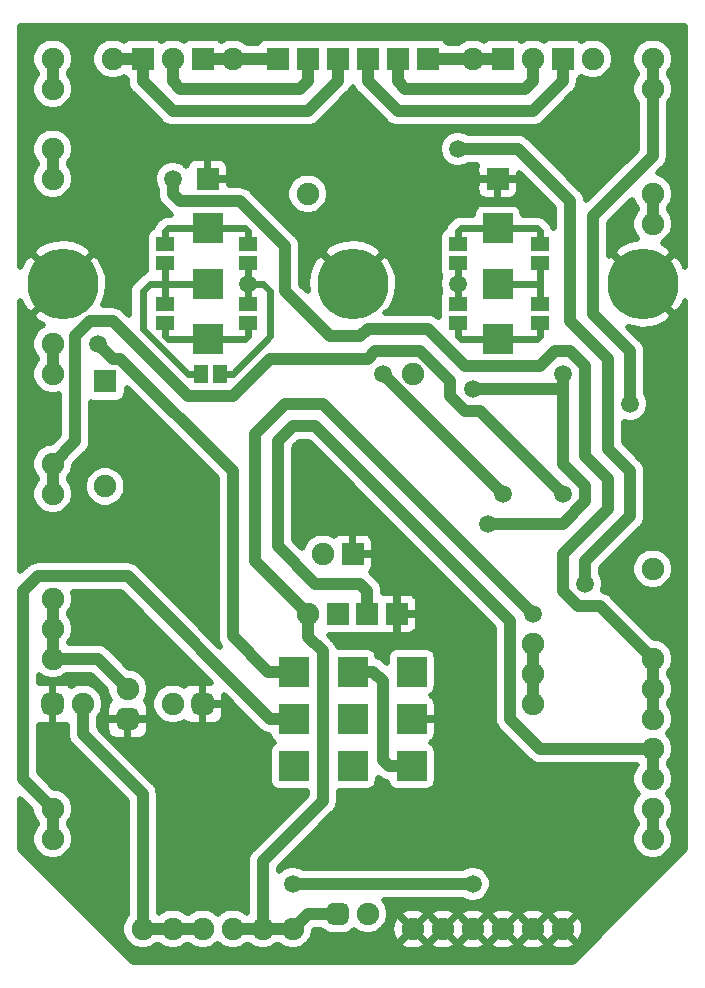
<source format=gbr>
G04 #@! TF.GenerationSoftware,KiCad,Pcbnew,5.1.6-c6e7f7d~87~ubuntu19.10.1*
G04 #@! TF.CreationDate,2023-03-21T23:34:36+06:00*
G04 #@! TF.ProjectId,little_angel_chorus_r2a,6c697474-6c65-45f6-916e-67656c5f6368,2A*
G04 #@! TF.SameCoordinates,Original*
G04 #@! TF.FileFunction,Copper,L2,Bot*
G04 #@! TF.FilePolarity,Positive*
%FSLAX46Y46*%
G04 Gerber Fmt 4.6, Leading zero omitted, Abs format (unit mm)*
G04 Created by KiCad (PCBNEW 5.1.6-c6e7f7d~87~ubuntu19.10.1) date 2023-03-21 23:34:36*
%MOMM*%
%LPD*%
G01*
G04 APERTURE LIST*
G04 #@! TA.AperFunction,ComponentPad*
%ADD10R,1.900000X1.900000*%
G04 #@! TD*
G04 #@! TA.AperFunction,ComponentPad*
%ADD11C,1.900000*%
G04 #@! TD*
G04 #@! TA.AperFunction,ComponentPad*
%ADD12R,2.500000X2.500000*%
G04 #@! TD*
G04 #@! TA.AperFunction,SMDPad,CuDef*
%ADD13R,1.500000X1.300000*%
G04 #@! TD*
G04 #@! TA.AperFunction,SMDPad,CuDef*
%ADD14R,1.300000X1.500000*%
G04 #@! TD*
G04 #@! TA.AperFunction,ComponentPad*
%ADD15C,6.000000*%
G04 #@! TD*
G04 #@! TA.AperFunction,ViaPad*
%ADD16C,1.500000*%
G04 #@! TD*
G04 #@! TA.AperFunction,Conductor*
%ADD17C,1.000000*%
G04 #@! TD*
G04 #@! TA.AperFunction,Conductor*
%ADD18C,0.600000*%
G04 #@! TD*
G04 #@! TA.AperFunction,Conductor*
%ADD19C,0.500000*%
G04 #@! TD*
G04 APERTURE END LIST*
D10*
X123190000Y-128270000D03*
X118110000Y-128270000D03*
X92710000Y-128270000D03*
X87630000Y-128270000D03*
X106680000Y-128270000D03*
X99060000Y-128270000D03*
X104140000Y-128270000D03*
X101600000Y-128270000D03*
X109220000Y-128270000D03*
X111760000Y-128270000D03*
D11*
X95250000Y-128270000D03*
X90170000Y-128270000D03*
X85090000Y-128270000D03*
X125730000Y-128270000D03*
X120650000Y-128270000D03*
X115570000Y-128270000D03*
D12*
X117695000Y-152020000D03*
X117695000Y-147320000D03*
X117695000Y-142620000D03*
X93125000Y-152020000D03*
X93125000Y-147320000D03*
X93125000Y-142620000D03*
D13*
X96520000Y-150660000D03*
X96520000Y-149060000D03*
X96520000Y-145580000D03*
X96520000Y-143980000D03*
D14*
X92545000Y-154940000D03*
X94145000Y-154940000D03*
D13*
X89535000Y-149060000D03*
X89535000Y-150660000D03*
X89535000Y-145580000D03*
X89535000Y-143980000D03*
X114300000Y-149060000D03*
X114300000Y-150660000D03*
X114300000Y-145580000D03*
X114300000Y-143980000D03*
X121285000Y-150660000D03*
X121285000Y-149060000D03*
X121285000Y-145580000D03*
X121285000Y-143980000D03*
D11*
X80010000Y-191770000D03*
X80010000Y-194310000D03*
X80010000Y-138430000D03*
X80010000Y-135890000D03*
X80010000Y-154940000D03*
X80010000Y-152400000D03*
X80010000Y-165100000D03*
X80010000Y-162560000D03*
X102870000Y-170180000D03*
X110490000Y-154940000D03*
X80010000Y-128270000D03*
X80010000Y-130810000D03*
X120650000Y-177800000D03*
X120650000Y-180340000D03*
X120650000Y-182880000D03*
X130810000Y-184150000D03*
X130810000Y-181610000D03*
X130810000Y-179070000D03*
X101600000Y-139700000D03*
X130810000Y-142240000D03*
X130810000Y-139700000D03*
X130810000Y-128270000D03*
X130810000Y-130810000D03*
X130810000Y-171450000D03*
X130810000Y-194310000D03*
X130810000Y-191770000D03*
X130810000Y-189230000D03*
X130810000Y-186690000D03*
X80010000Y-179070000D03*
X80010000Y-176530000D03*
X80010000Y-173990000D03*
X92710000Y-201930000D03*
X90170000Y-201930000D03*
X87630000Y-201930000D03*
X100330000Y-201930000D03*
X97790000Y-201930000D03*
X95250000Y-201930000D03*
X110490000Y-201930000D03*
X113030000Y-201930000D03*
X115570000Y-201930000D03*
X118110000Y-201930000D03*
X120650000Y-201930000D03*
X123190000Y-201930000D03*
G04 #@! TA.AperFunction,ComponentPad*
G36*
G01*
X85980000Y-183200000D02*
X86740000Y-183200000D01*
G75*
G02*
X87310000Y-183770000I0J-570000D01*
G01*
X87310000Y-184530000D01*
G75*
G02*
X86740000Y-185100000I-570000J0D01*
G01*
X85980000Y-185100000D01*
G75*
G02*
X85410000Y-184530000I0J570000D01*
G01*
X85410000Y-183770000D01*
G75*
G02*
X85980000Y-183200000I570000J0D01*
G01*
G37*
G04 #@! TD.AperFunction*
X86360000Y-181610000D03*
G04 #@! TA.AperFunction,ComponentPad*
G36*
G01*
X80960000Y-182500000D02*
X80960000Y-183260000D01*
G75*
G02*
X80390000Y-183830000I-570000J0D01*
G01*
X79630000Y-183830000D01*
G75*
G02*
X79060000Y-183260000I0J570000D01*
G01*
X79060000Y-182500000D01*
G75*
G02*
X79630000Y-181930000I570000J0D01*
G01*
X80390000Y-181930000D01*
G75*
G02*
X80960000Y-182500000I0J-570000D01*
G01*
G37*
G04 #@! TD.AperFunction*
X82550000Y-182880000D03*
D10*
X84455000Y-155575000D03*
D11*
X84455000Y-164465000D03*
G04 #@! TA.AperFunction,ComponentPad*
G36*
G01*
X91760000Y-183260000D02*
X91760000Y-182500000D01*
G75*
G02*
X92330000Y-181930000I570000J0D01*
G01*
X93090000Y-181930000D01*
G75*
G02*
X93660000Y-182500000I0J-570000D01*
G01*
X93660000Y-183260000D01*
G75*
G02*
X93090000Y-183830000I-570000J0D01*
G01*
X92330000Y-183830000D01*
G75*
G02*
X91760000Y-183260000I0J570000D01*
G01*
G37*
G04 #@! TD.AperFunction*
X90170000Y-182880000D03*
D15*
X129980000Y-147320000D03*
X80840000Y-147320000D03*
X105410000Y-147320000D03*
D10*
X117695000Y-138430000D03*
X105410000Y-170180000D03*
X93125000Y-138430000D03*
D11*
X106680000Y-200660000D03*
G04 #@! TA.AperFunction,ComponentPad*
G36*
G01*
X105090000Y-200280000D02*
X105090000Y-201040000D01*
G75*
G02*
X104520000Y-201610000I-570000J0D01*
G01*
X103760000Y-201610000D01*
G75*
G02*
X103190000Y-201040000I0J570000D01*
G01*
X103190000Y-200280000D01*
G75*
G02*
X103760000Y-199710000I570000J0D01*
G01*
X104520000Y-199710000D01*
G75*
G02*
X105090000Y-200280000I0J-570000D01*
G01*
G37*
G04 #@! TD.AperFunction*
D12*
X100410000Y-188150000D03*
X100410000Y-184150000D03*
X100410000Y-180150000D03*
X105410000Y-180150000D03*
X105410000Y-188150000D03*
X105410000Y-184150000D03*
X110410000Y-180150000D03*
X110410000Y-188150000D03*
X110410000Y-184150000D03*
D10*
X109160000Y-175260000D03*
X106660000Y-175260000D03*
X104160000Y-175260000D03*
D11*
X101660000Y-175260000D03*
D16*
X100965000Y-161290000D03*
X127000000Y-191770000D03*
X120650000Y-175260000D03*
X107950000Y-154940000D03*
X118110000Y-165100000D03*
X123190000Y-154940000D03*
X115570000Y-156210000D03*
X116840000Y-167640000D03*
X123190000Y-165100000D03*
X114300000Y-147320000D03*
X100330000Y-198120000D03*
X115570000Y-198120000D03*
X90170000Y-138430000D03*
X128905000Y-157480000D03*
X83820000Y-152400000D03*
X96520000Y-147320000D03*
X125095000Y-172720000D03*
X114300000Y-135890000D03*
D17*
X95250000Y-201930000D02*
X97790000Y-201930000D01*
X97790000Y-201930000D02*
X100330000Y-201930000D01*
X100330000Y-201930000D02*
X101600000Y-200660000D01*
X101600000Y-200660000D02*
X104140000Y-200660000D01*
X120650000Y-175260000D02*
X102870000Y-157480000D01*
X101660000Y-175260000D02*
X97155000Y-170755000D01*
X97155000Y-170755000D02*
X97155000Y-160020000D01*
X99695000Y-157480000D02*
X102870000Y-157480000D01*
X97155000Y-160020000D02*
X99695000Y-157480000D01*
X101660000Y-177225000D02*
X101660000Y-175260000D01*
X102870000Y-178435000D02*
X101660000Y-177225000D01*
X102870000Y-191135000D02*
X102870000Y-178435000D01*
X97790000Y-196215000D02*
X102870000Y-191135000D01*
X97790000Y-201930000D02*
X97790000Y-196215000D01*
X87630000Y-201930000D02*
X90170000Y-201930000D01*
X90170000Y-201930000D02*
X92710000Y-201930000D01*
X87630000Y-190500000D02*
X87630000Y-201930000D01*
X82550000Y-185420000D02*
X87630000Y-190500000D01*
X82550000Y-182880000D02*
X82550000Y-185420000D01*
X107950000Y-154940000D02*
X118110000Y-165100000D01*
X116840000Y-167640000D02*
X123190000Y-167640000D01*
X123190000Y-167640000D02*
X125095000Y-165735000D01*
X125095000Y-165735000D02*
X125095000Y-164465000D01*
X125095000Y-164465000D02*
X123190000Y-162560000D01*
X123190000Y-162560000D02*
X123190000Y-156210000D01*
X115570000Y-156210000D02*
X123190000Y-156210000D01*
X123190000Y-156210000D02*
X123190000Y-154940000D01*
X120650000Y-177800000D02*
X120650000Y-180340000D01*
X120650000Y-180340000D02*
X120650000Y-182880000D01*
X80010000Y-162560000D02*
X80010000Y-165100000D01*
X116205000Y-158115000D02*
X123190000Y-165100000D01*
X114935000Y-158115000D02*
X116205000Y-158115000D01*
X81915000Y-160655000D02*
X81915000Y-151765000D01*
X81915000Y-151765000D02*
X83185000Y-150495000D01*
X83185000Y-150495000D02*
X85090000Y-150495000D01*
X95250000Y-156845000D02*
X98425000Y-153670000D01*
X85090000Y-150495000D02*
X91440000Y-156845000D01*
X98425000Y-153670000D02*
X106680000Y-153670000D01*
X91440000Y-156845000D02*
X95250000Y-156845000D01*
X106680000Y-153670000D02*
X107315000Y-153035000D01*
X113665000Y-155575000D02*
X113665000Y-156845000D01*
X107315000Y-153035000D02*
X111125000Y-153035000D01*
X80010000Y-162560000D02*
X81915000Y-160655000D01*
X113665000Y-156845000D02*
X114935000Y-158115000D01*
X111125000Y-153035000D02*
X113665000Y-155575000D01*
D18*
X121285000Y-145580000D02*
X121285000Y-147320000D01*
X117695000Y-147320000D02*
X121285000Y-147320000D01*
X121285000Y-149060000D02*
X121285000Y-147320000D01*
X117695000Y-142620000D02*
X121030000Y-142620000D01*
X121285000Y-142875000D02*
X121030000Y-142620000D01*
X121285000Y-143980000D02*
X121285000Y-142875000D01*
X117695000Y-142620000D02*
X114555000Y-142620000D01*
X114300000Y-142875000D02*
X114555000Y-142620000D01*
X114300000Y-143980000D02*
X114300000Y-142875000D01*
X117695000Y-152020000D02*
X121030000Y-152020000D01*
X121285000Y-151765000D02*
X121030000Y-152020000D01*
X121285000Y-150660000D02*
X121285000Y-151765000D01*
X117695000Y-152020000D02*
X114555000Y-152020000D01*
X114300000Y-151765000D02*
X114555000Y-152020000D01*
X114300000Y-150660000D02*
X114300000Y-151765000D01*
X114300000Y-145580000D02*
X114300000Y-147320000D01*
X114300000Y-147320000D02*
X114300000Y-149060000D01*
D17*
X95250000Y-128270000D02*
X99060000Y-128270000D01*
X92710000Y-128270000D02*
X95250000Y-128270000D01*
X85090000Y-128270000D02*
X87630000Y-128270000D01*
X87630000Y-128270000D02*
X87630000Y-130175000D01*
X87630000Y-130175000D02*
X90170000Y-132715000D01*
X104140000Y-130175000D02*
X101600000Y-132715000D01*
X104140000Y-128270000D02*
X104140000Y-130175000D01*
X90170000Y-132715000D02*
X101600000Y-132715000D01*
X130810000Y-191770000D02*
X130810000Y-194310000D01*
X80010000Y-173990000D02*
X80010000Y-176530000D01*
X80010000Y-176530000D02*
X80010000Y-179070000D01*
X100330000Y-198120000D02*
X115570000Y-198120000D01*
X86360000Y-181610000D02*
X83820000Y-179070000D01*
X80010000Y-179070000D02*
X83820000Y-179070000D01*
X130810000Y-179070000D02*
X130810000Y-181610000D01*
X130810000Y-181610000D02*
X130810000Y-184150000D01*
X90805000Y-140335000D02*
X90170000Y-139700000D01*
X90170000Y-139700000D02*
X90170000Y-138430000D01*
X95885000Y-140335000D02*
X90805000Y-140335000D01*
X99695000Y-144145000D02*
X95885000Y-140335000D01*
X99695000Y-147955000D02*
X99695000Y-144145000D01*
X103505000Y-151765000D02*
X99695000Y-147955000D01*
X130810000Y-179070000D02*
X126365000Y-174625000D01*
X123190000Y-173355000D02*
X123190000Y-170180000D01*
X126365000Y-174625000D02*
X124460000Y-174625000D01*
X127000000Y-166370000D02*
X127000000Y-163830000D01*
X124460000Y-174625000D02*
X123190000Y-173355000D01*
X127000000Y-163830000D02*
X125095000Y-161925000D01*
X111760000Y-151130000D02*
X106680000Y-151130000D01*
X123825000Y-153035000D02*
X122555000Y-153035000D01*
X106045000Y-151765000D02*
X103505000Y-151765000D01*
X123190000Y-170180000D02*
X127000000Y-166370000D01*
X121285000Y-154305000D02*
X114935000Y-154305000D01*
X125095000Y-161925000D02*
X125095000Y-154305000D01*
X106680000Y-151130000D02*
X106045000Y-151765000D01*
X125095000Y-154305000D02*
X123825000Y-153035000D01*
X114935000Y-154305000D02*
X111760000Y-151130000D01*
X122555000Y-153035000D02*
X121285000Y-154305000D01*
X107125000Y-180150000D02*
X105410000Y-180150000D01*
X107950000Y-180975000D02*
X107125000Y-180150000D01*
X107950000Y-187642500D02*
X107950000Y-180975000D01*
X108457500Y-188150000D02*
X107950000Y-187642500D01*
X110410000Y-188150000D02*
X108457500Y-188150000D01*
X130810000Y-186690000D02*
X130810000Y-189230000D01*
X102235000Y-172720000D02*
X106045000Y-172720000D01*
X99060000Y-169545000D02*
X102235000Y-172720000D01*
X99060000Y-160655000D02*
X99060000Y-169545000D01*
X102235000Y-159385000D02*
X100330000Y-159385000D01*
X106045000Y-172720000D02*
X106660000Y-173335000D01*
X118745000Y-175895000D02*
X102235000Y-159385000D01*
X118745000Y-184150000D02*
X118745000Y-175895000D01*
X121285000Y-186690000D02*
X118745000Y-184150000D01*
X106660000Y-173335000D02*
X106660000Y-175260000D01*
X100330000Y-159385000D02*
X99060000Y-160655000D01*
X130810000Y-186690000D02*
X121285000Y-186690000D01*
X130810000Y-139700000D02*
X130810000Y-142240000D01*
X130810000Y-128270000D02*
X130810000Y-130810000D01*
X128905000Y-153035000D02*
X128905000Y-157480000D01*
X125730000Y-149860000D02*
X128905000Y-153035000D01*
X125730000Y-141605000D02*
X125730000Y-149860000D01*
X130810000Y-136525000D02*
X125730000Y-141605000D01*
X130810000Y-130810000D02*
X130810000Y-136525000D01*
X123190000Y-130175000D02*
X123190000Y-128270000D01*
X109220000Y-132715000D02*
X120650000Y-132715000D01*
X106680000Y-130175000D02*
X109220000Y-132715000D01*
X120650000Y-132715000D02*
X123190000Y-130175000D01*
X106680000Y-128270000D02*
X106680000Y-130175000D01*
X80010000Y-128270000D02*
X80010000Y-130810000D01*
X80010000Y-152400000D02*
X80010000Y-154940000D01*
X98235000Y-180150000D02*
X100410000Y-180150000D01*
X95250000Y-177165000D02*
X98235000Y-180150000D01*
X85725000Y-153670000D02*
X95250000Y-163195000D01*
X95250000Y-163195000D02*
X95250000Y-177165000D01*
X85090000Y-153670000D02*
X85725000Y-153670000D01*
X83820000Y-152400000D02*
X85090000Y-153670000D01*
X80010000Y-135890000D02*
X80010000Y-138430000D01*
X80010000Y-191770000D02*
X80010000Y-194310000D01*
X98425000Y-184150000D02*
X100410000Y-184150000D01*
X86360000Y-172085000D02*
X98425000Y-184150000D01*
X78740000Y-172085000D02*
X86360000Y-172085000D01*
X77470000Y-173355000D02*
X78740000Y-172085000D01*
X77470000Y-189230000D02*
X77470000Y-173355000D01*
X80010000Y-191770000D02*
X77470000Y-189230000D01*
X111760000Y-128270000D02*
X115570000Y-128270000D01*
X115570000Y-128270000D02*
X118110000Y-128270000D01*
D18*
X96520000Y-145580000D02*
X96520000Y-147320000D01*
X96520000Y-147320000D02*
X96520000Y-149060000D01*
X97790000Y-147320000D02*
X96520000Y-147320000D01*
X98425000Y-147955000D02*
X97790000Y-147320000D01*
X98425000Y-151765000D02*
X98425000Y-147955000D01*
X95250000Y-154940000D02*
X98425000Y-151765000D01*
X94145000Y-154940000D02*
X95250000Y-154940000D01*
X93125000Y-142620000D02*
X89790000Y-142620000D01*
X89535000Y-142875000D02*
X89790000Y-142620000D01*
X89535000Y-143980000D02*
X89535000Y-142875000D01*
X93125000Y-142620000D02*
X96265000Y-142620000D01*
X96520000Y-142875000D02*
X96265000Y-142620000D01*
X96520000Y-143980000D02*
X96520000Y-142875000D01*
X89535000Y-145580000D02*
X89535000Y-147320000D01*
X93125000Y-147320000D02*
X89535000Y-147320000D01*
X89535000Y-149060000D02*
X89535000Y-147320000D01*
X88265000Y-147320000D02*
X89535000Y-147320000D01*
X87630000Y-147955000D02*
X88265000Y-147320000D01*
X87630000Y-151130000D02*
X87630000Y-147955000D01*
X91440000Y-154940000D02*
X87630000Y-151130000D01*
X92545000Y-154940000D02*
X91440000Y-154940000D01*
X93125000Y-152020000D02*
X89790000Y-152020000D01*
X89535000Y-151765000D02*
X89790000Y-152020000D01*
X89535000Y-150660000D02*
X89535000Y-151765000D01*
X93125000Y-152020000D02*
X96265000Y-152020000D01*
X96520000Y-151765000D02*
X96265000Y-152020000D01*
X96520000Y-150660000D02*
X96520000Y-151765000D01*
D17*
X125095000Y-170815000D02*
X125095000Y-172720000D01*
X128905000Y-167005000D02*
X125095000Y-170815000D01*
X128905000Y-163195000D02*
X128905000Y-167005000D01*
X127000000Y-161290000D02*
X128905000Y-163195000D01*
X127000000Y-153670000D02*
X127000000Y-161290000D01*
X123825000Y-150495000D02*
X127000000Y-153670000D01*
X123825000Y-140335000D02*
X123825000Y-150495000D01*
X119380000Y-135890000D02*
X123825000Y-140335000D01*
X114300000Y-135890000D02*
X119380000Y-135890000D01*
X90170000Y-130175000D02*
X90805000Y-130810000D01*
X90170000Y-128270000D02*
X90170000Y-130175000D01*
X100965000Y-130810000D02*
X101600000Y-130175000D01*
X101600000Y-128270000D02*
X101600000Y-130175000D01*
X90805000Y-130810000D02*
X100965000Y-130810000D01*
X109220000Y-128270000D02*
X109220000Y-130175000D01*
X120650000Y-128270000D02*
X120650000Y-130175000D01*
X120650000Y-130175000D02*
X120015000Y-130810000D01*
X109220000Y-130175000D02*
X109855000Y-130810000D01*
X109855000Y-130810000D02*
X120015000Y-130810000D01*
D19*
G36*
X133570000Y-145890491D02*
G01*
X133252148Y-145256184D01*
X133138915Y-145086718D01*
X132600387Y-144770324D01*
X130050711Y-147320000D01*
X132600387Y-149869676D01*
X133138915Y-149553282D01*
X133513908Y-148894097D01*
X133570000Y-148725324D01*
X133570001Y-195145075D01*
X124025077Y-204690000D01*
X86794924Y-204690000D01*
X77250000Y-195145077D01*
X77250000Y-190919188D01*
X78210000Y-191879188D01*
X78210000Y-191947284D01*
X78279173Y-192295041D01*
X78414861Y-192622620D01*
X78611849Y-192917433D01*
X78660000Y-192965584D01*
X78660001Y-193114415D01*
X78611849Y-193162567D01*
X78414861Y-193457380D01*
X78279173Y-193784959D01*
X78210000Y-194132716D01*
X78210000Y-194487284D01*
X78279173Y-194835041D01*
X78414861Y-195162620D01*
X78611849Y-195457433D01*
X78862567Y-195708151D01*
X79157380Y-195905139D01*
X79484959Y-196040827D01*
X79832716Y-196110000D01*
X80187284Y-196110000D01*
X80535041Y-196040827D01*
X80862620Y-195905139D01*
X81157433Y-195708151D01*
X81408151Y-195457433D01*
X81605139Y-195162620D01*
X81740827Y-194835041D01*
X81810000Y-194487284D01*
X81810000Y-194132716D01*
X81740827Y-193784959D01*
X81605139Y-193457380D01*
X81408151Y-193162567D01*
X81360000Y-193114416D01*
X81360000Y-192965584D01*
X81408151Y-192917433D01*
X81605139Y-192622620D01*
X81740827Y-192295041D01*
X81810000Y-191947284D01*
X81810000Y-191592716D01*
X81740827Y-191244959D01*
X81605139Y-190917380D01*
X81408151Y-190622567D01*
X81157433Y-190371849D01*
X80862620Y-190174861D01*
X80535041Y-190039173D01*
X80187284Y-189970000D01*
X80119188Y-189970000D01*
X78820000Y-188670812D01*
X78820000Y-184645445D01*
X78893371Y-184667701D01*
X79060000Y-184684113D01*
X79747500Y-184680000D01*
X79960000Y-184467500D01*
X79960000Y-182930000D01*
X79940000Y-182930000D01*
X79940000Y-182830000D01*
X79960000Y-182830000D01*
X79960000Y-181292500D01*
X79747500Y-181080000D01*
X79060000Y-181075887D01*
X78893371Y-181092299D01*
X78820000Y-181114555D01*
X78820000Y-180425584D01*
X78862567Y-180468151D01*
X79157380Y-180665139D01*
X79484959Y-180800827D01*
X79832716Y-180870000D01*
X80187284Y-180870000D01*
X80535041Y-180800827D01*
X80862620Y-180665139D01*
X81157433Y-180468151D01*
X81205584Y-180420000D01*
X83260812Y-180420000D01*
X84560000Y-181719188D01*
X84560000Y-181787284D01*
X84629173Y-182135041D01*
X84764861Y-182462620D01*
X84837029Y-182570628D01*
X84806051Y-182596051D01*
X84699831Y-182725480D01*
X84620902Y-182873145D01*
X84572299Y-183033371D01*
X84555887Y-183200000D01*
X84560000Y-183887500D01*
X84772500Y-184100000D01*
X86310000Y-184100000D01*
X86310000Y-184080000D01*
X86410000Y-184080000D01*
X86410000Y-184100000D01*
X87947500Y-184100000D01*
X88160000Y-183887500D01*
X88164113Y-183200000D01*
X88147701Y-183033371D01*
X88099098Y-182873145D01*
X88020169Y-182725480D01*
X88001488Y-182702716D01*
X88370000Y-182702716D01*
X88370000Y-183057284D01*
X88439173Y-183405041D01*
X88574861Y-183732620D01*
X88771849Y-184027433D01*
X89022567Y-184278151D01*
X89317380Y-184475139D01*
X89644959Y-184610827D01*
X89992716Y-184680000D01*
X90347284Y-184680000D01*
X90695041Y-184610827D01*
X91022620Y-184475139D01*
X91130628Y-184402971D01*
X91156051Y-184433949D01*
X91285480Y-184540169D01*
X91433145Y-184619098D01*
X91593371Y-184667701D01*
X91760000Y-184684113D01*
X92447500Y-184680000D01*
X92660000Y-184467500D01*
X92660000Y-182930000D01*
X92760000Y-182930000D01*
X92760000Y-184467500D01*
X92972500Y-184680000D01*
X93660000Y-184684113D01*
X93826629Y-184667701D01*
X93986855Y-184619098D01*
X94134520Y-184540169D01*
X94263949Y-184433949D01*
X94370169Y-184304520D01*
X94449098Y-184156855D01*
X94497701Y-183996629D01*
X94514113Y-183830000D01*
X94510000Y-183142500D01*
X94297500Y-182930000D01*
X92760000Y-182930000D01*
X92660000Y-182930000D01*
X92640000Y-182930000D01*
X92640000Y-182830000D01*
X92660000Y-182830000D01*
X92660000Y-181292500D01*
X92447500Y-181080000D01*
X91760000Y-181075887D01*
X91593371Y-181092299D01*
X91433145Y-181140902D01*
X91285480Y-181219831D01*
X91156051Y-181326051D01*
X91130628Y-181357029D01*
X91022620Y-181284861D01*
X90695041Y-181149173D01*
X90347284Y-181080000D01*
X89992716Y-181080000D01*
X89644959Y-181149173D01*
X89317380Y-181284861D01*
X89022567Y-181481849D01*
X88771849Y-181732567D01*
X88574861Y-182027380D01*
X88439173Y-182354959D01*
X88370000Y-182702716D01*
X88001488Y-182702716D01*
X87913949Y-182596051D01*
X87882971Y-182570628D01*
X87955139Y-182462620D01*
X88090827Y-182135041D01*
X88160000Y-181787284D01*
X88160000Y-181432716D01*
X88090827Y-181084959D01*
X87955139Y-180757380D01*
X87758151Y-180462567D01*
X87507433Y-180211849D01*
X87212620Y-180014861D01*
X86885041Y-179879173D01*
X86537284Y-179810000D01*
X86469188Y-179810000D01*
X84821489Y-178162301D01*
X84779213Y-178110787D01*
X84573649Y-177942085D01*
X84339122Y-177816728D01*
X84084646Y-177739533D01*
X83886321Y-177720000D01*
X83886319Y-177720000D01*
X83820000Y-177713468D01*
X83753681Y-177720000D01*
X81365584Y-177720000D01*
X81408151Y-177677433D01*
X81605139Y-177382620D01*
X81740827Y-177055041D01*
X81810000Y-176707284D01*
X81810000Y-176352716D01*
X81740827Y-176004959D01*
X81605139Y-175677380D01*
X81408151Y-175382567D01*
X81360000Y-175334416D01*
X81360000Y-175185584D01*
X81408151Y-175137433D01*
X81605139Y-174842620D01*
X81740827Y-174515041D01*
X81810000Y-174167284D01*
X81810000Y-173812716D01*
X81740827Y-173464959D01*
X81728418Y-173435000D01*
X85800812Y-173435000D01*
X93442997Y-181077185D01*
X92972500Y-181080000D01*
X92760000Y-181292500D01*
X92760000Y-182830000D01*
X94297500Y-182830000D01*
X94510000Y-182617500D01*
X94512815Y-182147003D01*
X97423509Y-185057697D01*
X97465787Y-185109213D01*
X97517302Y-185151490D01*
X97671351Y-185277915D01*
X97905877Y-185403272D01*
X97961022Y-185420000D01*
X98160354Y-185480467D01*
X98315317Y-185495729D01*
X98322300Y-185566629D01*
X98370903Y-185726855D01*
X98449832Y-185874519D01*
X98556052Y-186003948D01*
X98685481Y-186110168D01*
X98760001Y-186150000D01*
X98685481Y-186189832D01*
X98556052Y-186296052D01*
X98449832Y-186425481D01*
X98370903Y-186573145D01*
X98322300Y-186733371D01*
X98305888Y-186900000D01*
X98305888Y-189400000D01*
X98322300Y-189566629D01*
X98370903Y-189726855D01*
X98449832Y-189874519D01*
X98556052Y-190003948D01*
X98685481Y-190110168D01*
X98833145Y-190189097D01*
X98993371Y-190237700D01*
X99160000Y-190254112D01*
X101520000Y-190254112D01*
X101520000Y-190575811D01*
X96882299Y-195213513D01*
X96830788Y-195255787D01*
X96788514Y-195307298D01*
X96788510Y-195307302D01*
X96662085Y-195461351D01*
X96536729Y-195695878D01*
X96459534Y-195950354D01*
X96433468Y-196215000D01*
X96440001Y-196281329D01*
X96440000Y-200574416D01*
X96397433Y-200531849D01*
X96102620Y-200334861D01*
X95775041Y-200199173D01*
X95427284Y-200130000D01*
X95072716Y-200130000D01*
X94724959Y-200199173D01*
X94397380Y-200334861D01*
X94102567Y-200531849D01*
X93980000Y-200654416D01*
X93857433Y-200531849D01*
X93562620Y-200334861D01*
X93235041Y-200199173D01*
X92887284Y-200130000D01*
X92532716Y-200130000D01*
X92184959Y-200199173D01*
X91857380Y-200334861D01*
X91562567Y-200531849D01*
X91514416Y-200580000D01*
X91365584Y-200580000D01*
X91317433Y-200531849D01*
X91022620Y-200334861D01*
X90695041Y-200199173D01*
X90347284Y-200130000D01*
X89992716Y-200130000D01*
X89644959Y-200199173D01*
X89317380Y-200334861D01*
X89022567Y-200531849D01*
X88980000Y-200574416D01*
X88980000Y-190566319D01*
X88986532Y-190500000D01*
X88962314Y-190254112D01*
X88960467Y-190235354D01*
X88883272Y-189980878D01*
X88824919Y-189871707D01*
X88757915Y-189746350D01*
X88631490Y-189592301D01*
X88631483Y-189592294D01*
X88589212Y-189540787D01*
X88537707Y-189498518D01*
X84139189Y-185100000D01*
X84555887Y-185100000D01*
X84572299Y-185266629D01*
X84620902Y-185426855D01*
X84699831Y-185574520D01*
X84806051Y-185703949D01*
X84935480Y-185810169D01*
X85083145Y-185889098D01*
X85243371Y-185937701D01*
X85410000Y-185954113D01*
X86097500Y-185950000D01*
X86310000Y-185737500D01*
X86310000Y-184200000D01*
X86410000Y-184200000D01*
X86410000Y-185737500D01*
X86622500Y-185950000D01*
X87310000Y-185954113D01*
X87476629Y-185937701D01*
X87636855Y-185889098D01*
X87784520Y-185810169D01*
X87913949Y-185703949D01*
X88020169Y-185574520D01*
X88099098Y-185426855D01*
X88147701Y-185266629D01*
X88164113Y-185100000D01*
X88160000Y-184412500D01*
X87947500Y-184200000D01*
X86410000Y-184200000D01*
X86310000Y-184200000D01*
X84772500Y-184200000D01*
X84560000Y-184412500D01*
X84555887Y-185100000D01*
X84139189Y-185100000D01*
X83900000Y-184860812D01*
X83900000Y-184075584D01*
X83948151Y-184027433D01*
X84145139Y-183732620D01*
X84280827Y-183405041D01*
X84350000Y-183057284D01*
X84350000Y-182702716D01*
X84280827Y-182354959D01*
X84145139Y-182027380D01*
X83948151Y-181732567D01*
X83697433Y-181481849D01*
X83402620Y-181284861D01*
X83075041Y-181149173D01*
X82727284Y-181080000D01*
X82372716Y-181080000D01*
X82024959Y-181149173D01*
X81697380Y-181284861D01*
X81589372Y-181357029D01*
X81563949Y-181326051D01*
X81434520Y-181219831D01*
X81286855Y-181140902D01*
X81126629Y-181092299D01*
X80960000Y-181075887D01*
X80272500Y-181080000D01*
X80060000Y-181292500D01*
X80060000Y-182830000D01*
X80080000Y-182830000D01*
X80080000Y-182930000D01*
X80060000Y-182930000D01*
X80060000Y-184467500D01*
X80272500Y-184680000D01*
X80960000Y-184684113D01*
X81126629Y-184667701D01*
X81200001Y-184645444D01*
X81200001Y-185353671D01*
X81193468Y-185420000D01*
X81219534Y-185684646D01*
X81296729Y-185939122D01*
X81422085Y-186173649D01*
X81548510Y-186327698D01*
X81548514Y-186327702D01*
X81590788Y-186379213D01*
X81642299Y-186421487D01*
X86280000Y-191059189D01*
X86280001Y-200734415D01*
X86231849Y-200782567D01*
X86034861Y-201077380D01*
X85899173Y-201404959D01*
X85830000Y-201752716D01*
X85830000Y-202107284D01*
X85899173Y-202455041D01*
X86034861Y-202782620D01*
X86231849Y-203077433D01*
X86482567Y-203328151D01*
X86777380Y-203525139D01*
X87104959Y-203660827D01*
X87452716Y-203730000D01*
X87807284Y-203730000D01*
X88155041Y-203660827D01*
X88482620Y-203525139D01*
X88777433Y-203328151D01*
X88825584Y-203280000D01*
X88974416Y-203280000D01*
X89022567Y-203328151D01*
X89317380Y-203525139D01*
X89644959Y-203660827D01*
X89992716Y-203730000D01*
X90347284Y-203730000D01*
X90695041Y-203660827D01*
X91022620Y-203525139D01*
X91317433Y-203328151D01*
X91365584Y-203280000D01*
X91514416Y-203280000D01*
X91562567Y-203328151D01*
X91857380Y-203525139D01*
X92184959Y-203660827D01*
X92532716Y-203730000D01*
X92887284Y-203730000D01*
X93235041Y-203660827D01*
X93562620Y-203525139D01*
X93857433Y-203328151D01*
X93980000Y-203205584D01*
X94102567Y-203328151D01*
X94397380Y-203525139D01*
X94724959Y-203660827D01*
X95072716Y-203730000D01*
X95427284Y-203730000D01*
X95775041Y-203660827D01*
X96102620Y-203525139D01*
X96397433Y-203328151D01*
X96445584Y-203280000D01*
X96594416Y-203280000D01*
X96642567Y-203328151D01*
X96937380Y-203525139D01*
X97264959Y-203660827D01*
X97612716Y-203730000D01*
X97967284Y-203730000D01*
X98315041Y-203660827D01*
X98642620Y-203525139D01*
X98937433Y-203328151D01*
X98985584Y-203280000D01*
X99134416Y-203280000D01*
X99182567Y-203328151D01*
X99477380Y-203525139D01*
X99804959Y-203660827D01*
X100152716Y-203730000D01*
X100507284Y-203730000D01*
X100855041Y-203660827D01*
X101182620Y-203525139D01*
X101477433Y-203328151D01*
X101712092Y-203093492D01*
X109397219Y-203093492D01*
X109467724Y-203422107D01*
X109778463Y-203592873D01*
X110116545Y-203699735D01*
X110468979Y-203738587D01*
X110822221Y-203707936D01*
X111162695Y-203608961D01*
X111477318Y-203445463D01*
X111512276Y-203422107D01*
X111582781Y-203093492D01*
X111937219Y-203093492D01*
X112007724Y-203422107D01*
X112318463Y-203592873D01*
X112656545Y-203699735D01*
X113008979Y-203738587D01*
X113362221Y-203707936D01*
X113702695Y-203608961D01*
X114017318Y-203445463D01*
X114052276Y-203422107D01*
X114122781Y-203093492D01*
X114477219Y-203093492D01*
X114547724Y-203422107D01*
X114858463Y-203592873D01*
X115196545Y-203699735D01*
X115548979Y-203738587D01*
X115902221Y-203707936D01*
X116242695Y-203608961D01*
X116557318Y-203445463D01*
X116592276Y-203422107D01*
X116662781Y-203093492D01*
X117017219Y-203093492D01*
X117087724Y-203422107D01*
X117398463Y-203592873D01*
X117736545Y-203699735D01*
X118088979Y-203738587D01*
X118442221Y-203707936D01*
X118782695Y-203608961D01*
X119097318Y-203445463D01*
X119132276Y-203422107D01*
X119202781Y-203093492D01*
X119557219Y-203093492D01*
X119627724Y-203422107D01*
X119938463Y-203592873D01*
X120276545Y-203699735D01*
X120628979Y-203738587D01*
X120982221Y-203707936D01*
X121322695Y-203608961D01*
X121637318Y-203445463D01*
X121672276Y-203422107D01*
X121742781Y-203093492D01*
X122097219Y-203093492D01*
X122167724Y-203422107D01*
X122478463Y-203592873D01*
X122816545Y-203699735D01*
X123168979Y-203738587D01*
X123522221Y-203707936D01*
X123862695Y-203608961D01*
X124177318Y-203445463D01*
X124212276Y-203422107D01*
X124282781Y-203093492D01*
X123190000Y-202000711D01*
X122097219Y-203093492D01*
X121742781Y-203093492D01*
X120650000Y-202000711D01*
X119557219Y-203093492D01*
X119202781Y-203093492D01*
X118110000Y-202000711D01*
X117017219Y-203093492D01*
X116662781Y-203093492D01*
X115570000Y-202000711D01*
X114477219Y-203093492D01*
X114122781Y-203093492D01*
X113030000Y-202000711D01*
X111937219Y-203093492D01*
X111582781Y-203093492D01*
X110490000Y-202000711D01*
X109397219Y-203093492D01*
X101712092Y-203093492D01*
X101728151Y-203077433D01*
X101925139Y-202782620D01*
X102060827Y-202455041D01*
X102130000Y-202107284D01*
X102130000Y-202039189D01*
X102159189Y-202010000D01*
X102722637Y-202010000D01*
X102753001Y-202046999D01*
X102968806Y-202224106D01*
X103215016Y-202355708D01*
X103482170Y-202436748D01*
X103760000Y-202464112D01*
X104520000Y-202464112D01*
X104797830Y-202436748D01*
X105064984Y-202355708D01*
X105311194Y-202224106D01*
X105523932Y-202049516D01*
X105532567Y-202058151D01*
X105827380Y-202255139D01*
X106154959Y-202390827D01*
X106502716Y-202460000D01*
X106857284Y-202460000D01*
X107205041Y-202390827D01*
X107532620Y-202255139D01*
X107827433Y-202058151D01*
X107976605Y-201908979D01*
X108681413Y-201908979D01*
X108712064Y-202262221D01*
X108811039Y-202602695D01*
X108974537Y-202917318D01*
X108997893Y-202952276D01*
X109326508Y-203022781D01*
X110419289Y-201930000D01*
X110560711Y-201930000D01*
X111478303Y-202847592D01*
X111514537Y-202917318D01*
X111537893Y-202952276D01*
X111595305Y-202964594D01*
X111653492Y-203022781D01*
X111760000Y-202999929D01*
X111866508Y-203022781D01*
X111924695Y-202964594D01*
X111982107Y-202952276D01*
X112037121Y-202852168D01*
X112959289Y-201930000D01*
X113100711Y-201930000D01*
X114018303Y-202847592D01*
X114054537Y-202917318D01*
X114077893Y-202952276D01*
X114135305Y-202964594D01*
X114193492Y-203022781D01*
X114300000Y-202999929D01*
X114406508Y-203022781D01*
X114464695Y-202964594D01*
X114522107Y-202952276D01*
X114577121Y-202852168D01*
X115499289Y-201930000D01*
X115640711Y-201930000D01*
X116558303Y-202847592D01*
X116594537Y-202917318D01*
X116617893Y-202952276D01*
X116675305Y-202964594D01*
X116733492Y-203022781D01*
X116840000Y-202999929D01*
X116946508Y-203022781D01*
X117004695Y-202964594D01*
X117062107Y-202952276D01*
X117117121Y-202852168D01*
X118039289Y-201930000D01*
X118180711Y-201930000D01*
X119098303Y-202847592D01*
X119134537Y-202917318D01*
X119157893Y-202952276D01*
X119215305Y-202964594D01*
X119273492Y-203022781D01*
X119380000Y-202999929D01*
X119486508Y-203022781D01*
X119544695Y-202964594D01*
X119602107Y-202952276D01*
X119657121Y-202852168D01*
X120579289Y-201930000D01*
X120720711Y-201930000D01*
X121638303Y-202847592D01*
X121674537Y-202917318D01*
X121697893Y-202952276D01*
X121755305Y-202964594D01*
X121813492Y-203022781D01*
X121920000Y-202999929D01*
X122026508Y-203022781D01*
X122084695Y-202964594D01*
X122142107Y-202952276D01*
X122197121Y-202852168D01*
X123119289Y-201930000D01*
X123260711Y-201930000D01*
X124353492Y-203022781D01*
X124682107Y-202952276D01*
X124852873Y-202641537D01*
X124959735Y-202303455D01*
X124998587Y-201951021D01*
X124967936Y-201597779D01*
X124868961Y-201257305D01*
X124705463Y-200942682D01*
X124682107Y-200907724D01*
X124353492Y-200837219D01*
X123260711Y-201930000D01*
X123119289Y-201930000D01*
X122201697Y-201012408D01*
X122165463Y-200942682D01*
X122142107Y-200907724D01*
X122084695Y-200895406D01*
X122026508Y-200837219D01*
X121920000Y-200860071D01*
X121813492Y-200837219D01*
X121755305Y-200895406D01*
X121697893Y-200907724D01*
X121642879Y-201007832D01*
X120720711Y-201930000D01*
X120579289Y-201930000D01*
X119661697Y-201012408D01*
X119625463Y-200942682D01*
X119602107Y-200907724D01*
X119544695Y-200895406D01*
X119486508Y-200837219D01*
X119380000Y-200860071D01*
X119273492Y-200837219D01*
X119215305Y-200895406D01*
X119157893Y-200907724D01*
X119102879Y-201007832D01*
X118180711Y-201930000D01*
X118039289Y-201930000D01*
X117121697Y-201012408D01*
X117085463Y-200942682D01*
X117062107Y-200907724D01*
X117004695Y-200895406D01*
X116946508Y-200837219D01*
X116840000Y-200860071D01*
X116733492Y-200837219D01*
X116675305Y-200895406D01*
X116617893Y-200907724D01*
X116562879Y-201007832D01*
X115640711Y-201930000D01*
X115499289Y-201930000D01*
X114581697Y-201012408D01*
X114545463Y-200942682D01*
X114522107Y-200907724D01*
X114464695Y-200895406D01*
X114406508Y-200837219D01*
X114300000Y-200860071D01*
X114193492Y-200837219D01*
X114135305Y-200895406D01*
X114077893Y-200907724D01*
X114022879Y-201007832D01*
X113100711Y-201930000D01*
X112959289Y-201930000D01*
X112041697Y-201012408D01*
X112005463Y-200942682D01*
X111982107Y-200907724D01*
X111924695Y-200895406D01*
X111866508Y-200837219D01*
X111760000Y-200860071D01*
X111653492Y-200837219D01*
X111595305Y-200895406D01*
X111537893Y-200907724D01*
X111482879Y-201007832D01*
X110560711Y-201930000D01*
X110419289Y-201930000D01*
X109326508Y-200837219D01*
X108997893Y-200907724D01*
X108827127Y-201218463D01*
X108720265Y-201556545D01*
X108681413Y-201908979D01*
X107976605Y-201908979D01*
X108078151Y-201807433D01*
X108275139Y-201512620D01*
X108410827Y-201185041D01*
X108480000Y-200837284D01*
X108480000Y-200766508D01*
X109397219Y-200766508D01*
X110490000Y-201859289D01*
X111582781Y-200766508D01*
X111937219Y-200766508D01*
X113030000Y-201859289D01*
X114122781Y-200766508D01*
X114477219Y-200766508D01*
X115570000Y-201859289D01*
X116662781Y-200766508D01*
X117017219Y-200766508D01*
X118110000Y-201859289D01*
X119202781Y-200766508D01*
X119557219Y-200766508D01*
X120650000Y-201859289D01*
X121742781Y-200766508D01*
X122097219Y-200766508D01*
X123190000Y-201859289D01*
X124282781Y-200766508D01*
X124212276Y-200437893D01*
X123901537Y-200267127D01*
X123563455Y-200160265D01*
X123211021Y-200121413D01*
X122857779Y-200152064D01*
X122517305Y-200251039D01*
X122202682Y-200414537D01*
X122167724Y-200437893D01*
X122097219Y-200766508D01*
X121742781Y-200766508D01*
X121672276Y-200437893D01*
X121361537Y-200267127D01*
X121023455Y-200160265D01*
X120671021Y-200121413D01*
X120317779Y-200152064D01*
X119977305Y-200251039D01*
X119662682Y-200414537D01*
X119627724Y-200437893D01*
X119557219Y-200766508D01*
X119202781Y-200766508D01*
X119132276Y-200437893D01*
X118821537Y-200267127D01*
X118483455Y-200160265D01*
X118131021Y-200121413D01*
X117777779Y-200152064D01*
X117437305Y-200251039D01*
X117122682Y-200414537D01*
X117087724Y-200437893D01*
X117017219Y-200766508D01*
X116662781Y-200766508D01*
X116592276Y-200437893D01*
X116281537Y-200267127D01*
X115943455Y-200160265D01*
X115591021Y-200121413D01*
X115237779Y-200152064D01*
X114897305Y-200251039D01*
X114582682Y-200414537D01*
X114547724Y-200437893D01*
X114477219Y-200766508D01*
X114122781Y-200766508D01*
X114052276Y-200437893D01*
X113741537Y-200267127D01*
X113403455Y-200160265D01*
X113051021Y-200121413D01*
X112697779Y-200152064D01*
X112357305Y-200251039D01*
X112042682Y-200414537D01*
X112007724Y-200437893D01*
X111937219Y-200766508D01*
X111582781Y-200766508D01*
X111512276Y-200437893D01*
X111201537Y-200267127D01*
X110863455Y-200160265D01*
X110511021Y-200121413D01*
X110157779Y-200152064D01*
X109817305Y-200251039D01*
X109502682Y-200414537D01*
X109467724Y-200437893D01*
X109397219Y-200766508D01*
X108480000Y-200766508D01*
X108480000Y-200482716D01*
X108410827Y-200134959D01*
X108275139Y-199807380D01*
X108078151Y-199512567D01*
X108035584Y-199470000D01*
X114710494Y-199470000D01*
X114812116Y-199537902D01*
X115103297Y-199658513D01*
X115412414Y-199720000D01*
X115727586Y-199720000D01*
X116036703Y-199658513D01*
X116327884Y-199537902D01*
X116589941Y-199362801D01*
X116812801Y-199139941D01*
X116987902Y-198877884D01*
X117108513Y-198586703D01*
X117170000Y-198277586D01*
X117170000Y-197962414D01*
X117108513Y-197653297D01*
X116987902Y-197362116D01*
X116812801Y-197100059D01*
X116589941Y-196877199D01*
X116327884Y-196702098D01*
X116036703Y-196581487D01*
X115727586Y-196520000D01*
X115412414Y-196520000D01*
X115103297Y-196581487D01*
X114812116Y-196702098D01*
X114710494Y-196770000D01*
X101189506Y-196770000D01*
X101087884Y-196702098D01*
X100796703Y-196581487D01*
X100487586Y-196520000D01*
X100172414Y-196520000D01*
X99863297Y-196581487D01*
X99572116Y-196702098D01*
X99310059Y-196877199D01*
X99140000Y-197047258D01*
X99140000Y-196774188D01*
X103777707Y-192136482D01*
X103829212Y-192094213D01*
X103871483Y-192042706D01*
X103871490Y-192042699D01*
X103997915Y-191888650D01*
X104123271Y-191654123D01*
X104123272Y-191654122D01*
X104200467Y-191399646D01*
X104220000Y-191201321D01*
X104220000Y-191201319D01*
X104226532Y-191135000D01*
X104220000Y-191068681D01*
X104220000Y-190254112D01*
X106660000Y-190254112D01*
X106826629Y-190237700D01*
X106986855Y-190189097D01*
X107134519Y-190110168D01*
X107263948Y-190003948D01*
X107370168Y-189874519D01*
X107449097Y-189726855D01*
X107497700Y-189566629D01*
X107514112Y-189400000D01*
X107514112Y-189122200D01*
X107703851Y-189277915D01*
X107938378Y-189403272D01*
X108192854Y-189480467D01*
X108314998Y-189492497D01*
X108322300Y-189566629D01*
X108370903Y-189726855D01*
X108449832Y-189874519D01*
X108556052Y-190003948D01*
X108685481Y-190110168D01*
X108833145Y-190189097D01*
X108993371Y-190237700D01*
X109160000Y-190254112D01*
X111660000Y-190254112D01*
X111826629Y-190237700D01*
X111986855Y-190189097D01*
X112134519Y-190110168D01*
X112263948Y-190003948D01*
X112370168Y-189874519D01*
X112449097Y-189726855D01*
X112497700Y-189566629D01*
X112514112Y-189400000D01*
X112514112Y-186900000D01*
X112497700Y-186733371D01*
X112449097Y-186573145D01*
X112370168Y-186425481D01*
X112263948Y-186296052D01*
X112134519Y-186189832D01*
X112060001Y-186150001D01*
X112134520Y-186110169D01*
X112263949Y-186003949D01*
X112370169Y-185874520D01*
X112449098Y-185726855D01*
X112497701Y-185566629D01*
X112514113Y-185400000D01*
X112510000Y-184412500D01*
X112297500Y-184200000D01*
X110460000Y-184200000D01*
X110460000Y-184220000D01*
X110360000Y-184220000D01*
X110360000Y-184200000D01*
X110340000Y-184200000D01*
X110340000Y-184100000D01*
X110360000Y-184100000D01*
X110360000Y-184080000D01*
X110460000Y-184080000D01*
X110460000Y-184100000D01*
X112297500Y-184100000D01*
X112510000Y-183887500D01*
X112514113Y-182900000D01*
X112497701Y-182733371D01*
X112449098Y-182573145D01*
X112370169Y-182425480D01*
X112263949Y-182296051D01*
X112134520Y-182189831D01*
X112060001Y-182149999D01*
X112134519Y-182110168D01*
X112263948Y-182003948D01*
X112370168Y-181874519D01*
X112449097Y-181726855D01*
X112497700Y-181566629D01*
X112514112Y-181400000D01*
X112514112Y-178900000D01*
X112497700Y-178733371D01*
X112449097Y-178573145D01*
X112370168Y-178425481D01*
X112263948Y-178296052D01*
X112134519Y-178189832D01*
X111986855Y-178110903D01*
X111826629Y-178062300D01*
X111660000Y-178045888D01*
X109160000Y-178045888D01*
X108993371Y-178062300D01*
X108833145Y-178110903D01*
X108685481Y-178189832D01*
X108556052Y-178296052D01*
X108449832Y-178425481D01*
X108370903Y-178573145D01*
X108322300Y-178733371D01*
X108305888Y-178900000D01*
X108305888Y-179421700D01*
X108126489Y-179242301D01*
X108084213Y-179190787D01*
X107878649Y-179022085D01*
X107644122Y-178896728D01*
X107509776Y-178855974D01*
X107497700Y-178733371D01*
X107449097Y-178573145D01*
X107370168Y-178425481D01*
X107263948Y-178296052D01*
X107134519Y-178189832D01*
X106986855Y-178110903D01*
X106826629Y-178062300D01*
X106660000Y-178045888D01*
X104162710Y-178045888D01*
X104123272Y-177915878D01*
X103997915Y-177681351D01*
X103829213Y-177475787D01*
X103777697Y-177433509D01*
X103408300Y-177064112D01*
X105110000Y-177064112D01*
X105276629Y-177047700D01*
X105410000Y-177007243D01*
X105543371Y-177047700D01*
X105710000Y-177064112D01*
X107610000Y-177064112D01*
X107776629Y-177047700D01*
X107909998Y-177007244D01*
X108043371Y-177047701D01*
X108210000Y-177064113D01*
X108897500Y-177060000D01*
X109110000Y-176847500D01*
X109110000Y-175310000D01*
X109210000Y-175310000D01*
X109210000Y-176847500D01*
X109422500Y-177060000D01*
X110110000Y-177064113D01*
X110276629Y-177047701D01*
X110436855Y-176999098D01*
X110584520Y-176920169D01*
X110713949Y-176813949D01*
X110820169Y-176684520D01*
X110899098Y-176536855D01*
X110947701Y-176376629D01*
X110964113Y-176210000D01*
X110960000Y-175522500D01*
X110747500Y-175310000D01*
X109210000Y-175310000D01*
X109110000Y-175310000D01*
X109090000Y-175310000D01*
X109090000Y-175210000D01*
X109110000Y-175210000D01*
X109110000Y-173672500D01*
X109210000Y-173672500D01*
X109210000Y-175210000D01*
X110747500Y-175210000D01*
X110960000Y-174997500D01*
X110964113Y-174310000D01*
X110947701Y-174143371D01*
X110899098Y-173983145D01*
X110820169Y-173835480D01*
X110713949Y-173706051D01*
X110584520Y-173599831D01*
X110436855Y-173520902D01*
X110276629Y-173472299D01*
X110110000Y-173455887D01*
X109422500Y-173460000D01*
X109210000Y-173672500D01*
X109110000Y-173672500D01*
X108897500Y-173460000D01*
X108210000Y-173455887D01*
X108043371Y-173472299D01*
X108010000Y-173482422D01*
X108010000Y-173401310D01*
X108016531Y-173334999D01*
X108010000Y-173268688D01*
X108010000Y-173268679D01*
X107990467Y-173070354D01*
X107913272Y-172815878D01*
X107787915Y-172581351D01*
X107619212Y-172375787D01*
X107567696Y-172333509D01*
X107046489Y-171812301D01*
X107004213Y-171760787D01*
X106966992Y-171730241D01*
X107070169Y-171604520D01*
X107149098Y-171456855D01*
X107197701Y-171296629D01*
X107214113Y-171130000D01*
X107210000Y-170442500D01*
X106997500Y-170230000D01*
X105460000Y-170230000D01*
X105460000Y-170250000D01*
X105360000Y-170250000D01*
X105360000Y-170230000D01*
X105340000Y-170230000D01*
X105340000Y-170130000D01*
X105360000Y-170130000D01*
X105360000Y-168592500D01*
X105460000Y-168592500D01*
X105460000Y-170130000D01*
X106997500Y-170130000D01*
X107210000Y-169917500D01*
X107214113Y-169230000D01*
X107197701Y-169063371D01*
X107149098Y-168903145D01*
X107070169Y-168755480D01*
X106963949Y-168626051D01*
X106834520Y-168519831D01*
X106686855Y-168440902D01*
X106526629Y-168392299D01*
X106360000Y-168375887D01*
X105672500Y-168380000D01*
X105460000Y-168592500D01*
X105360000Y-168592500D01*
X105147500Y-168380000D01*
X104460000Y-168375887D01*
X104293371Y-168392299D01*
X104133145Y-168440902D01*
X103985480Y-168519831D01*
X103856051Y-168626051D01*
X103830628Y-168657029D01*
X103722620Y-168584861D01*
X103395041Y-168449173D01*
X103047284Y-168380000D01*
X102692716Y-168380000D01*
X102344959Y-168449173D01*
X102017380Y-168584861D01*
X101722567Y-168781849D01*
X101471849Y-169032567D01*
X101274861Y-169327380D01*
X101139173Y-169654959D01*
X101129214Y-169705026D01*
X100410000Y-168985812D01*
X100410000Y-161214188D01*
X100889189Y-160735000D01*
X101675812Y-160735000D01*
X117395001Y-176454190D01*
X117395000Y-184083681D01*
X117388468Y-184150000D01*
X117395000Y-184216319D01*
X117395000Y-184216320D01*
X117414533Y-184414645D01*
X117491728Y-184669121D01*
X117550081Y-184778292D01*
X117617085Y-184903649D01*
X117743510Y-185057698D01*
X117743513Y-185057701D01*
X117785787Y-185109212D01*
X117837299Y-185151487D01*
X120283509Y-187597697D01*
X120325787Y-187649213D01*
X120531351Y-187817915D01*
X120765878Y-187943272D01*
X121020354Y-188020467D01*
X121218679Y-188040000D01*
X121218688Y-188040000D01*
X121284999Y-188046531D01*
X121351310Y-188040000D01*
X129454416Y-188040000D01*
X129411849Y-188082567D01*
X129214861Y-188377380D01*
X129079173Y-188704959D01*
X129010000Y-189052716D01*
X129010000Y-189407284D01*
X129079173Y-189755041D01*
X129214861Y-190082620D01*
X129411849Y-190377433D01*
X129534416Y-190500000D01*
X129411849Y-190622567D01*
X129214861Y-190917380D01*
X129079173Y-191244959D01*
X129010000Y-191592716D01*
X129010000Y-191947284D01*
X129079173Y-192295041D01*
X129214861Y-192622620D01*
X129411849Y-192917433D01*
X129460000Y-192965584D01*
X129460001Y-193114415D01*
X129411849Y-193162567D01*
X129214861Y-193457380D01*
X129079173Y-193784959D01*
X129010000Y-194132716D01*
X129010000Y-194487284D01*
X129079173Y-194835041D01*
X129214861Y-195162620D01*
X129411849Y-195457433D01*
X129662567Y-195708151D01*
X129957380Y-195905139D01*
X130284959Y-196040827D01*
X130632716Y-196110000D01*
X130987284Y-196110000D01*
X131335041Y-196040827D01*
X131662620Y-195905139D01*
X131957433Y-195708151D01*
X132208151Y-195457433D01*
X132405139Y-195162620D01*
X132540827Y-194835041D01*
X132610000Y-194487284D01*
X132610000Y-194132716D01*
X132540827Y-193784959D01*
X132405139Y-193457380D01*
X132208151Y-193162567D01*
X132160000Y-193114416D01*
X132160000Y-192965584D01*
X132208151Y-192917433D01*
X132405139Y-192622620D01*
X132540827Y-192295041D01*
X132610000Y-191947284D01*
X132610000Y-191592716D01*
X132540827Y-191244959D01*
X132405139Y-190917380D01*
X132208151Y-190622567D01*
X132085584Y-190500000D01*
X132208151Y-190377433D01*
X132405139Y-190082620D01*
X132540827Y-189755041D01*
X132610000Y-189407284D01*
X132610000Y-189052716D01*
X132540827Y-188704959D01*
X132405139Y-188377380D01*
X132208151Y-188082567D01*
X132160000Y-188034416D01*
X132160000Y-187885584D01*
X132208151Y-187837433D01*
X132405139Y-187542620D01*
X132540827Y-187215041D01*
X132610000Y-186867284D01*
X132610000Y-186512716D01*
X132540827Y-186164959D01*
X132405139Y-185837380D01*
X132208151Y-185542567D01*
X132085584Y-185420000D01*
X132208151Y-185297433D01*
X132405139Y-185002620D01*
X132540827Y-184675041D01*
X132610000Y-184327284D01*
X132610000Y-183972716D01*
X132540827Y-183624959D01*
X132405139Y-183297380D01*
X132208151Y-183002567D01*
X132160000Y-182954416D01*
X132160000Y-182805584D01*
X132208151Y-182757433D01*
X132405139Y-182462620D01*
X132540827Y-182135041D01*
X132610000Y-181787284D01*
X132610000Y-181432716D01*
X132540827Y-181084959D01*
X132405139Y-180757380D01*
X132208151Y-180462567D01*
X132160000Y-180414416D01*
X132160000Y-180265584D01*
X132208151Y-180217433D01*
X132405139Y-179922620D01*
X132540827Y-179595041D01*
X132610000Y-179247284D01*
X132610000Y-178892716D01*
X132540827Y-178544959D01*
X132405139Y-178217380D01*
X132208151Y-177922567D01*
X131957433Y-177671849D01*
X131662620Y-177474861D01*
X131335041Y-177339173D01*
X130987284Y-177270000D01*
X130919188Y-177270000D01*
X127366489Y-173717301D01*
X127324213Y-173665787D01*
X127118649Y-173497085D01*
X126884122Y-173371728D01*
X126629646Y-173294533D01*
X126590448Y-173290672D01*
X126633513Y-173186703D01*
X126695000Y-172877586D01*
X126695000Y-172562414D01*
X126633513Y-172253297D01*
X126512902Y-171962116D01*
X126445000Y-171860494D01*
X126445000Y-171374188D01*
X126546472Y-171272716D01*
X129010000Y-171272716D01*
X129010000Y-171627284D01*
X129079173Y-171975041D01*
X129214861Y-172302620D01*
X129411849Y-172597433D01*
X129662567Y-172848151D01*
X129957380Y-173045139D01*
X130284959Y-173180827D01*
X130632716Y-173250000D01*
X130987284Y-173250000D01*
X131335041Y-173180827D01*
X131662620Y-173045139D01*
X131957433Y-172848151D01*
X132208151Y-172597433D01*
X132405139Y-172302620D01*
X132540827Y-171975041D01*
X132610000Y-171627284D01*
X132610000Y-171272716D01*
X132540827Y-170924959D01*
X132405139Y-170597380D01*
X132208151Y-170302567D01*
X131957433Y-170051849D01*
X131662620Y-169854861D01*
X131335041Y-169719173D01*
X130987284Y-169650000D01*
X130632716Y-169650000D01*
X130284959Y-169719173D01*
X129957380Y-169854861D01*
X129662567Y-170051849D01*
X129411849Y-170302567D01*
X129214861Y-170597380D01*
X129079173Y-170924959D01*
X129010000Y-171272716D01*
X126546472Y-171272716D01*
X129812697Y-168006491D01*
X129864213Y-167964213D01*
X129937275Y-167875187D01*
X130032915Y-167758650D01*
X130158272Y-167524123D01*
X130176239Y-167464895D01*
X130235467Y-167269646D01*
X130255000Y-167071321D01*
X130255000Y-167071319D01*
X130261532Y-167005000D01*
X130255000Y-166938681D01*
X130255000Y-163261319D01*
X130261532Y-163195000D01*
X130247538Y-163052915D01*
X130235467Y-162930354D01*
X130158272Y-162675878D01*
X130064014Y-162499533D01*
X130032915Y-162441350D01*
X129906490Y-162287301D01*
X129906483Y-162287294D01*
X129864212Y-162235787D01*
X129812706Y-162193517D01*
X128350000Y-160730812D01*
X128350000Y-158981939D01*
X128438297Y-159018513D01*
X128747414Y-159080000D01*
X129062586Y-159080000D01*
X129371703Y-159018513D01*
X129662884Y-158897902D01*
X129924941Y-158722801D01*
X130147801Y-158499941D01*
X130322902Y-158237884D01*
X130443513Y-157946703D01*
X130505000Y-157637586D01*
X130505000Y-157322414D01*
X130443513Y-157013297D01*
X130322902Y-156722116D01*
X130255000Y-156620494D01*
X130255000Y-153101310D01*
X130261531Y-153034999D01*
X130255000Y-152968688D01*
X130255000Y-152968679D01*
X130235467Y-152770354D01*
X130158272Y-152515878D01*
X130087393Y-152383272D01*
X130032915Y-152281350D01*
X129906490Y-152127301D01*
X129906483Y-152127294D01*
X129864212Y-152075787D01*
X129812707Y-152033518D01*
X128746194Y-150967005D01*
X129125580Y-151093096D01*
X129878092Y-151187286D01*
X130634521Y-151132858D01*
X131365796Y-150931905D01*
X132043816Y-150592148D01*
X132213282Y-150478915D01*
X132529676Y-149940387D01*
X129980000Y-147390711D01*
X129965858Y-147404853D01*
X129895147Y-147334142D01*
X129909289Y-147320000D01*
X127359613Y-144770324D01*
X127080000Y-144934601D01*
X127080000Y-142164188D01*
X129069214Y-140174974D01*
X129079173Y-140225041D01*
X129214861Y-140552620D01*
X129411849Y-140847433D01*
X129460000Y-140895584D01*
X129460001Y-141044415D01*
X129411849Y-141092567D01*
X129214861Y-141387380D01*
X129079173Y-141714959D01*
X129010000Y-142062716D01*
X129010000Y-142417284D01*
X129079173Y-142765041D01*
X129214861Y-143092620D01*
X129411849Y-143387433D01*
X129517725Y-143493309D01*
X129325479Y-143507142D01*
X128594204Y-143708095D01*
X127916184Y-144047852D01*
X127746718Y-144161085D01*
X127430324Y-144699613D01*
X129980000Y-147249289D01*
X132529676Y-144699613D01*
X132213282Y-144161085D01*
X131649713Y-143840485D01*
X131662620Y-143835139D01*
X131957433Y-143638151D01*
X132208151Y-143387433D01*
X132405139Y-143092620D01*
X132540827Y-142765041D01*
X132610000Y-142417284D01*
X132610000Y-142062716D01*
X132540827Y-141714959D01*
X132405139Y-141387380D01*
X132208151Y-141092567D01*
X132160000Y-141044416D01*
X132160000Y-140895584D01*
X132208151Y-140847433D01*
X132405139Y-140552620D01*
X132540827Y-140225041D01*
X132610000Y-139877284D01*
X132610000Y-139522716D01*
X132540827Y-139174959D01*
X132405139Y-138847380D01*
X132208151Y-138552567D01*
X131957433Y-138301849D01*
X131662620Y-138104861D01*
X131335041Y-137969173D01*
X131284975Y-137959214D01*
X131717702Y-137526487D01*
X131769213Y-137484213D01*
X131811487Y-137432702D01*
X131811490Y-137432699D01*
X131937915Y-137278650D01*
X132063271Y-137044123D01*
X132063272Y-137044122D01*
X132140467Y-136789646D01*
X132160000Y-136591321D01*
X132160000Y-136591319D01*
X132166532Y-136525000D01*
X132160000Y-136458681D01*
X132160000Y-132005584D01*
X132208151Y-131957433D01*
X132405139Y-131662620D01*
X132540827Y-131335041D01*
X132610000Y-130987284D01*
X132610000Y-130632716D01*
X132540827Y-130284959D01*
X132405139Y-129957380D01*
X132208151Y-129662567D01*
X132160000Y-129614416D01*
X132160000Y-129465584D01*
X132208151Y-129417433D01*
X132405139Y-129122620D01*
X132540827Y-128795041D01*
X132610000Y-128447284D01*
X132610000Y-128092716D01*
X132540827Y-127744959D01*
X132405139Y-127417380D01*
X132208151Y-127122567D01*
X131957433Y-126871849D01*
X131662620Y-126674861D01*
X131335041Y-126539173D01*
X130987284Y-126470000D01*
X130632716Y-126470000D01*
X130284959Y-126539173D01*
X129957380Y-126674861D01*
X129662567Y-126871849D01*
X129411849Y-127122567D01*
X129214861Y-127417380D01*
X129079173Y-127744959D01*
X129010000Y-128092716D01*
X129010000Y-128447284D01*
X129079173Y-128795041D01*
X129214861Y-129122620D01*
X129411849Y-129417433D01*
X129460000Y-129465584D01*
X129460001Y-129614415D01*
X129411849Y-129662567D01*
X129214861Y-129957380D01*
X129079173Y-130284959D01*
X129010000Y-130632716D01*
X129010000Y-130987284D01*
X129079173Y-131335041D01*
X129214861Y-131662620D01*
X129411849Y-131957433D01*
X129460000Y-132005584D01*
X129460001Y-135965810D01*
X125173398Y-140252414D01*
X125155467Y-140070354D01*
X125078272Y-139815878D01*
X125001796Y-139672801D01*
X124952915Y-139581350D01*
X124826489Y-139427301D01*
X124826487Y-139427299D01*
X124784212Y-139375787D01*
X124732701Y-139333513D01*
X120381491Y-134982303D01*
X120339213Y-134930787D01*
X120133649Y-134762085D01*
X119899122Y-134636728D01*
X119644646Y-134559533D01*
X119446321Y-134540000D01*
X119446319Y-134540000D01*
X119380000Y-134533468D01*
X119313681Y-134540000D01*
X115159506Y-134540000D01*
X115057884Y-134472098D01*
X114766703Y-134351487D01*
X114457586Y-134290000D01*
X114142414Y-134290000D01*
X113833297Y-134351487D01*
X113542116Y-134472098D01*
X113280059Y-134647199D01*
X113057199Y-134870059D01*
X112882098Y-135132116D01*
X112761487Y-135423297D01*
X112700000Y-135732414D01*
X112700000Y-136047586D01*
X112761487Y-136356703D01*
X112882098Y-136647884D01*
X113057199Y-136909941D01*
X113280059Y-137132801D01*
X113542116Y-137307902D01*
X113833297Y-137428513D01*
X114142414Y-137490000D01*
X114457586Y-137490000D01*
X114766703Y-137428513D01*
X115057884Y-137307902D01*
X115159506Y-137240000D01*
X115929555Y-137240000D01*
X115907299Y-137313371D01*
X115890887Y-137480000D01*
X115895000Y-138167500D01*
X116107500Y-138380000D01*
X117645000Y-138380000D01*
X117645000Y-138360000D01*
X117745000Y-138360000D01*
X117745000Y-138380000D01*
X119282500Y-138380000D01*
X119495000Y-138167500D01*
X119496506Y-137915694D01*
X122475000Y-140894188D01*
X122475000Y-142601381D01*
X122389955Y-142555923D01*
X122352602Y-142432785D01*
X122245816Y-142233003D01*
X122102107Y-142057893D01*
X122058224Y-142021879D01*
X121883124Y-141846779D01*
X121847107Y-141802893D01*
X121671997Y-141659184D01*
X121472215Y-141552398D01*
X121255439Y-141486640D01*
X121086492Y-141470000D01*
X121086482Y-141470000D01*
X121030000Y-141464437D01*
X120973518Y-141470000D01*
X119799112Y-141470000D01*
X119799112Y-141370000D01*
X119782700Y-141203371D01*
X119734097Y-141043145D01*
X119655168Y-140895481D01*
X119548948Y-140766052D01*
X119419519Y-140659832D01*
X119271855Y-140580903D01*
X119111629Y-140532300D01*
X118945000Y-140515888D01*
X116445000Y-140515888D01*
X116278371Y-140532300D01*
X116118145Y-140580903D01*
X115970481Y-140659832D01*
X115841052Y-140766052D01*
X115734832Y-140895481D01*
X115655903Y-141043145D01*
X115607300Y-141203371D01*
X115590888Y-141370000D01*
X115590888Y-141470000D01*
X114611481Y-141470000D01*
X114554999Y-141464437D01*
X114498517Y-141470000D01*
X114498508Y-141470000D01*
X114329561Y-141486640D01*
X114112785Y-141552398D01*
X113913003Y-141659184D01*
X113737893Y-141802893D01*
X113701879Y-141846776D01*
X113526775Y-142021881D01*
X113482894Y-142057893D01*
X113339185Y-142233003D01*
X113232398Y-142432785D01*
X113195045Y-142555923D01*
X113075481Y-142619832D01*
X112946052Y-142726052D01*
X112839832Y-142855481D01*
X112760903Y-143003145D01*
X112712300Y-143163371D01*
X112695888Y-143330000D01*
X112695888Y-144630000D01*
X112710662Y-144780000D01*
X112695888Y-144930000D01*
X112695888Y-146230000D01*
X112712300Y-146396629D01*
X112760903Y-146556855D01*
X112830412Y-146686896D01*
X112761487Y-146853297D01*
X112700000Y-147162414D01*
X112700000Y-147477586D01*
X112761487Y-147786703D01*
X112830412Y-147953104D01*
X112760903Y-148083145D01*
X112712300Y-148243371D01*
X112695888Y-148410000D01*
X112695888Y-149710000D01*
X112710662Y-149860000D01*
X112695888Y-150010000D01*
X112695888Y-150151645D01*
X112513649Y-150002085D01*
X112279122Y-149876728D01*
X112024646Y-149799533D01*
X111826321Y-149780000D01*
X111826319Y-149780000D01*
X111760000Y-149773468D01*
X111693681Y-149780000D01*
X108183023Y-149780000D01*
X108568915Y-149553282D01*
X108943908Y-148894097D01*
X109183096Y-148174420D01*
X109277286Y-147421908D01*
X109222858Y-146665479D01*
X109021905Y-145934204D01*
X108682148Y-145256184D01*
X108568915Y-145086718D01*
X108030387Y-144770324D01*
X105480711Y-147320000D01*
X105494853Y-147334142D01*
X105424142Y-147404853D01*
X105410000Y-147390711D01*
X105395858Y-147404853D01*
X105325147Y-147334142D01*
X105339289Y-147320000D01*
X102789613Y-144770324D01*
X102251085Y-145086718D01*
X101876092Y-145745903D01*
X101636904Y-146465580D01*
X101542714Y-147218092D01*
X101595082Y-147945894D01*
X101045000Y-147395812D01*
X101045000Y-144699613D01*
X102860324Y-144699613D01*
X105410000Y-147249289D01*
X107959676Y-144699613D01*
X107643282Y-144161085D01*
X106984097Y-143786092D01*
X106264420Y-143546904D01*
X105511908Y-143452714D01*
X104755479Y-143507142D01*
X104024204Y-143708095D01*
X103346184Y-144047852D01*
X103176718Y-144161085D01*
X102860324Y-144699613D01*
X101045000Y-144699613D01*
X101045000Y-144211319D01*
X101051532Y-144145000D01*
X101041964Y-144047852D01*
X101025467Y-143880354D01*
X100948272Y-143625878D01*
X100948272Y-143625877D01*
X100822915Y-143391350D01*
X100696490Y-143237302D01*
X100654213Y-143185787D01*
X100602697Y-143143509D01*
X96981904Y-139522716D01*
X99800000Y-139522716D01*
X99800000Y-139877284D01*
X99869173Y-140225041D01*
X100004861Y-140552620D01*
X100201849Y-140847433D01*
X100452567Y-141098151D01*
X100747380Y-141295139D01*
X101074959Y-141430827D01*
X101422716Y-141500000D01*
X101777284Y-141500000D01*
X102125041Y-141430827D01*
X102452620Y-141295139D01*
X102747433Y-141098151D01*
X102998151Y-140847433D01*
X103195139Y-140552620D01*
X103330827Y-140225041D01*
X103400000Y-139877284D01*
X103400000Y-139522716D01*
X103371613Y-139380000D01*
X115890887Y-139380000D01*
X115907299Y-139546629D01*
X115955902Y-139706855D01*
X116034831Y-139854520D01*
X116141051Y-139983949D01*
X116270480Y-140090169D01*
X116418145Y-140169098D01*
X116578371Y-140217701D01*
X116745000Y-140234113D01*
X117432500Y-140230000D01*
X117645000Y-140017500D01*
X117645000Y-138480000D01*
X117745000Y-138480000D01*
X117745000Y-140017500D01*
X117957500Y-140230000D01*
X118645000Y-140234113D01*
X118811629Y-140217701D01*
X118971855Y-140169098D01*
X119119520Y-140090169D01*
X119248949Y-139983949D01*
X119355169Y-139854520D01*
X119434098Y-139706855D01*
X119482701Y-139546629D01*
X119499113Y-139380000D01*
X119495000Y-138692500D01*
X119282500Y-138480000D01*
X117745000Y-138480000D01*
X117645000Y-138480000D01*
X116107500Y-138480000D01*
X115895000Y-138692500D01*
X115890887Y-139380000D01*
X103371613Y-139380000D01*
X103330827Y-139174959D01*
X103195139Y-138847380D01*
X102998151Y-138552567D01*
X102747433Y-138301849D01*
X102452620Y-138104861D01*
X102125041Y-137969173D01*
X101777284Y-137900000D01*
X101422716Y-137900000D01*
X101074959Y-137969173D01*
X100747380Y-138104861D01*
X100452567Y-138301849D01*
X100201849Y-138552567D01*
X100004861Y-138847380D01*
X99869173Y-139174959D01*
X99800000Y-139522716D01*
X96981904Y-139522716D01*
X96886489Y-139427301D01*
X96844213Y-139375787D01*
X96638649Y-139207085D01*
X96404122Y-139081728D01*
X96149646Y-139004533D01*
X95951321Y-138985000D01*
X95951319Y-138985000D01*
X95885000Y-138978468D01*
X95818681Y-138985000D01*
X94926750Y-138985000D01*
X94925000Y-138692500D01*
X94712500Y-138480000D01*
X93175000Y-138480000D01*
X93175000Y-138500000D01*
X93075000Y-138500000D01*
X93075000Y-138480000D01*
X93055000Y-138480000D01*
X93055000Y-138380000D01*
X93075000Y-138380000D01*
X93075000Y-136842500D01*
X93175000Y-136842500D01*
X93175000Y-138380000D01*
X94712500Y-138380000D01*
X94925000Y-138167500D01*
X94929113Y-137480000D01*
X94912701Y-137313371D01*
X94864098Y-137153145D01*
X94785169Y-137005480D01*
X94678949Y-136876051D01*
X94549520Y-136769831D01*
X94401855Y-136690902D01*
X94241629Y-136642299D01*
X94075000Y-136625887D01*
X93387500Y-136630000D01*
X93175000Y-136842500D01*
X93075000Y-136842500D01*
X92862500Y-136630000D01*
X92175000Y-136625887D01*
X92008371Y-136642299D01*
X91848145Y-136690902D01*
X91700480Y-136769831D01*
X91571051Y-136876051D01*
X91464831Y-137005480D01*
X91385902Y-137153145D01*
X91337299Y-137313371D01*
X91335399Y-137332657D01*
X91189941Y-137187199D01*
X90927884Y-137012098D01*
X90636703Y-136891487D01*
X90327586Y-136830000D01*
X90012414Y-136830000D01*
X89703297Y-136891487D01*
X89412116Y-137012098D01*
X89150059Y-137187199D01*
X88927199Y-137410059D01*
X88752098Y-137672116D01*
X88631487Y-137963297D01*
X88570000Y-138272414D01*
X88570000Y-138587586D01*
X88631487Y-138896703D01*
X88752098Y-139187884D01*
X88820000Y-139289506D01*
X88820000Y-139633679D01*
X88813468Y-139700000D01*
X88820000Y-139766319D01*
X88820000Y-139766320D01*
X88839533Y-139964645D01*
X88916728Y-140219121D01*
X88943217Y-140268679D01*
X89042085Y-140453649D01*
X89168510Y-140607698D01*
X89168513Y-140607701D01*
X89210787Y-140659212D01*
X89262300Y-140701488D01*
X89803505Y-141242692D01*
X89845787Y-141294213D01*
X90051351Y-141462915D01*
X90064606Y-141470000D01*
X89846481Y-141470000D01*
X89789999Y-141464437D01*
X89733517Y-141470000D01*
X89733508Y-141470000D01*
X89564561Y-141486640D01*
X89347785Y-141552398D01*
X89148003Y-141659184D01*
X88972893Y-141802893D01*
X88936879Y-141846776D01*
X88761775Y-142021881D01*
X88717894Y-142057893D01*
X88574185Y-142233003D01*
X88467398Y-142432785D01*
X88430045Y-142555923D01*
X88310481Y-142619832D01*
X88181052Y-142726052D01*
X88074832Y-142855481D01*
X87995903Y-143003145D01*
X87947300Y-143163371D01*
X87930888Y-143330000D01*
X87930888Y-144630000D01*
X87945662Y-144780000D01*
X87930888Y-144930000D01*
X87930888Y-146219605D01*
X87822784Y-146252398D01*
X87733618Y-146300059D01*
X87623003Y-146359184D01*
X87447893Y-146502893D01*
X87411875Y-146546781D01*
X86856776Y-147101880D01*
X86812894Y-147137893D01*
X86709804Y-147263509D01*
X86669185Y-147313003D01*
X86562399Y-147512785D01*
X86496641Y-147729561D01*
X86474437Y-147955000D01*
X86480001Y-148011491D01*
X86480000Y-149975812D01*
X86091491Y-149587303D01*
X86049213Y-149535787D01*
X85843649Y-149367085D01*
X85609122Y-149241728D01*
X85354646Y-149164533D01*
X85156321Y-149145000D01*
X85156319Y-149145000D01*
X85090000Y-149138468D01*
X85023681Y-149145000D01*
X84231176Y-149145000D01*
X84373908Y-148894097D01*
X84613096Y-148174420D01*
X84707286Y-147421908D01*
X84652858Y-146665479D01*
X84451905Y-145934204D01*
X84112148Y-145256184D01*
X83998915Y-145086718D01*
X83460387Y-144770324D01*
X80910711Y-147320000D01*
X80924853Y-147334142D01*
X80854142Y-147404853D01*
X80840000Y-147390711D01*
X78290324Y-149940387D01*
X78606718Y-150478915D01*
X79170287Y-150799515D01*
X79157380Y-150804861D01*
X78862567Y-151001849D01*
X78611849Y-151252567D01*
X78414861Y-151547380D01*
X78279173Y-151874959D01*
X78210000Y-152222716D01*
X78210000Y-152577284D01*
X78279173Y-152925041D01*
X78414861Y-153252620D01*
X78611849Y-153547433D01*
X78660000Y-153595584D01*
X78660001Y-153744415D01*
X78611849Y-153792567D01*
X78414861Y-154087380D01*
X78279173Y-154414959D01*
X78210000Y-154762716D01*
X78210000Y-155117284D01*
X78279173Y-155465041D01*
X78414861Y-155792620D01*
X78611849Y-156087433D01*
X78862567Y-156338151D01*
X79157380Y-156535139D01*
X79484959Y-156670827D01*
X79832716Y-156740000D01*
X80187284Y-156740000D01*
X80535041Y-156670827D01*
X80565000Y-156658417D01*
X80565000Y-160095811D01*
X79900812Y-160760000D01*
X79832716Y-160760000D01*
X79484959Y-160829173D01*
X79157380Y-160964861D01*
X78862567Y-161161849D01*
X78611849Y-161412567D01*
X78414861Y-161707380D01*
X78279173Y-162034959D01*
X78210000Y-162382716D01*
X78210000Y-162737284D01*
X78279173Y-163085041D01*
X78414861Y-163412620D01*
X78611849Y-163707433D01*
X78660000Y-163755584D01*
X78660001Y-163904415D01*
X78611849Y-163952567D01*
X78414861Y-164247380D01*
X78279173Y-164574959D01*
X78210000Y-164922716D01*
X78210000Y-165277284D01*
X78279173Y-165625041D01*
X78414861Y-165952620D01*
X78611849Y-166247433D01*
X78862567Y-166498151D01*
X79157380Y-166695139D01*
X79484959Y-166830827D01*
X79832716Y-166900000D01*
X80187284Y-166900000D01*
X80535041Y-166830827D01*
X80862620Y-166695139D01*
X81157433Y-166498151D01*
X81408151Y-166247433D01*
X81605139Y-165952620D01*
X81740827Y-165625041D01*
X81810000Y-165277284D01*
X81810000Y-164922716D01*
X81740827Y-164574959D01*
X81621847Y-164287716D01*
X82655000Y-164287716D01*
X82655000Y-164642284D01*
X82724173Y-164990041D01*
X82859861Y-165317620D01*
X83056849Y-165612433D01*
X83307567Y-165863151D01*
X83602380Y-166060139D01*
X83929959Y-166195827D01*
X84277716Y-166265000D01*
X84632284Y-166265000D01*
X84980041Y-166195827D01*
X85307620Y-166060139D01*
X85602433Y-165863151D01*
X85853151Y-165612433D01*
X86050139Y-165317620D01*
X86185827Y-164990041D01*
X86255000Y-164642284D01*
X86255000Y-164287716D01*
X86185827Y-163939959D01*
X86050139Y-163612380D01*
X85853151Y-163317567D01*
X85602433Y-163066849D01*
X85307620Y-162869861D01*
X84980041Y-162734173D01*
X84632284Y-162665000D01*
X84277716Y-162665000D01*
X83929959Y-162734173D01*
X83602380Y-162869861D01*
X83307567Y-163066849D01*
X83056849Y-163317567D01*
X82859861Y-163612380D01*
X82724173Y-163939959D01*
X82655000Y-164287716D01*
X81621847Y-164287716D01*
X81605139Y-164247380D01*
X81408151Y-163952567D01*
X81360000Y-163904416D01*
X81360000Y-163755584D01*
X81408151Y-163707433D01*
X81605139Y-163412620D01*
X81740827Y-163085041D01*
X81810000Y-162737284D01*
X81810000Y-162669188D01*
X82822706Y-161656483D01*
X82874212Y-161614213D01*
X82916483Y-161562706D01*
X82916490Y-161562699D01*
X83042915Y-161408650D01*
X83168271Y-161174123D01*
X83168272Y-161174122D01*
X83245467Y-160919646D01*
X83265000Y-160721321D01*
X83265000Y-160721319D01*
X83271532Y-160655000D01*
X83265000Y-160588679D01*
X83265000Y-157340444D01*
X83338371Y-157362700D01*
X83505000Y-157379112D01*
X85405000Y-157379112D01*
X85571629Y-157362700D01*
X85731855Y-157314097D01*
X85879519Y-157235168D01*
X86008948Y-157128948D01*
X86115168Y-156999519D01*
X86194097Y-156851855D01*
X86242700Y-156691629D01*
X86259112Y-156525000D01*
X86259112Y-156113300D01*
X93900000Y-163754189D01*
X93900001Y-177098671D01*
X93893468Y-177165000D01*
X93919534Y-177429646D01*
X93996729Y-177684122D01*
X94122085Y-177918649D01*
X94210176Y-178025988D01*
X87361491Y-171177303D01*
X87319213Y-171125787D01*
X87113649Y-170957085D01*
X86879122Y-170831728D01*
X86624646Y-170754533D01*
X86426321Y-170735000D01*
X86426319Y-170735000D01*
X86360000Y-170728468D01*
X86293681Y-170735000D01*
X78806310Y-170735000D01*
X78739999Y-170728469D01*
X78673688Y-170735000D01*
X78673679Y-170735000D01*
X78475354Y-170754533D01*
X78220878Y-170831728D01*
X78139048Y-170875467D01*
X77986350Y-170957085D01*
X77832301Y-171083510D01*
X77832298Y-171083513D01*
X77780787Y-171125787D01*
X77738513Y-171177298D01*
X77250000Y-171665811D01*
X77250000Y-148749510D01*
X77567852Y-149383816D01*
X77681085Y-149553282D01*
X78219613Y-149869676D01*
X80769289Y-147320000D01*
X78219613Y-144770324D01*
X77681085Y-145086718D01*
X77306092Y-145745903D01*
X77250000Y-145914675D01*
X77250000Y-144699613D01*
X78290324Y-144699613D01*
X80840000Y-147249289D01*
X83389676Y-144699613D01*
X83073282Y-144161085D01*
X82414097Y-143786092D01*
X81694420Y-143546904D01*
X80941908Y-143452714D01*
X80185479Y-143507142D01*
X79454204Y-143708095D01*
X78776184Y-144047852D01*
X78606718Y-144161085D01*
X78290324Y-144699613D01*
X77250000Y-144699613D01*
X77250000Y-135712716D01*
X78210000Y-135712716D01*
X78210000Y-136067284D01*
X78279173Y-136415041D01*
X78414861Y-136742620D01*
X78611849Y-137037433D01*
X78660000Y-137085584D01*
X78660001Y-137234415D01*
X78611849Y-137282567D01*
X78414861Y-137577380D01*
X78279173Y-137904959D01*
X78210000Y-138252716D01*
X78210000Y-138607284D01*
X78279173Y-138955041D01*
X78414861Y-139282620D01*
X78611849Y-139577433D01*
X78862567Y-139828151D01*
X79157380Y-140025139D01*
X79484959Y-140160827D01*
X79832716Y-140230000D01*
X80187284Y-140230000D01*
X80535041Y-140160827D01*
X80862620Y-140025139D01*
X81157433Y-139828151D01*
X81408151Y-139577433D01*
X81605139Y-139282620D01*
X81740827Y-138955041D01*
X81810000Y-138607284D01*
X81810000Y-138252716D01*
X81740827Y-137904959D01*
X81605139Y-137577380D01*
X81408151Y-137282567D01*
X81360000Y-137234416D01*
X81360000Y-137085584D01*
X81408151Y-137037433D01*
X81605139Y-136742620D01*
X81740827Y-136415041D01*
X81810000Y-136067284D01*
X81810000Y-135712716D01*
X81740827Y-135364959D01*
X81605139Y-135037380D01*
X81408151Y-134742567D01*
X81157433Y-134491849D01*
X80862620Y-134294861D01*
X80535041Y-134159173D01*
X80187284Y-134090000D01*
X79832716Y-134090000D01*
X79484959Y-134159173D01*
X79157380Y-134294861D01*
X78862567Y-134491849D01*
X78611849Y-134742567D01*
X78414861Y-135037380D01*
X78279173Y-135364959D01*
X78210000Y-135712716D01*
X77250000Y-135712716D01*
X77250000Y-128092716D01*
X78210000Y-128092716D01*
X78210000Y-128447284D01*
X78279173Y-128795041D01*
X78414861Y-129122620D01*
X78611849Y-129417433D01*
X78660000Y-129465584D01*
X78660001Y-129614415D01*
X78611849Y-129662567D01*
X78414861Y-129957380D01*
X78279173Y-130284959D01*
X78210000Y-130632716D01*
X78210000Y-130987284D01*
X78279173Y-131335041D01*
X78414861Y-131662620D01*
X78611849Y-131957433D01*
X78862567Y-132208151D01*
X79157380Y-132405139D01*
X79484959Y-132540827D01*
X79832716Y-132610000D01*
X80187284Y-132610000D01*
X80535041Y-132540827D01*
X80862620Y-132405139D01*
X81157433Y-132208151D01*
X81408151Y-131957433D01*
X81605139Y-131662620D01*
X81740827Y-131335041D01*
X81810000Y-130987284D01*
X81810000Y-130632716D01*
X81740827Y-130284959D01*
X81605139Y-129957380D01*
X81408151Y-129662567D01*
X81360000Y-129614416D01*
X81360000Y-129465584D01*
X81408151Y-129417433D01*
X81605139Y-129122620D01*
X81740827Y-128795041D01*
X81810000Y-128447284D01*
X81810000Y-128092716D01*
X83290000Y-128092716D01*
X83290000Y-128447284D01*
X83359173Y-128795041D01*
X83494861Y-129122620D01*
X83691849Y-129417433D01*
X83942567Y-129668151D01*
X84237380Y-129865139D01*
X84564959Y-130000827D01*
X84912716Y-130070000D01*
X85267284Y-130070000D01*
X85615041Y-130000827D01*
X85942620Y-129865139D01*
X86050629Y-129792970D01*
X86076052Y-129823948D01*
X86205481Y-129930168D01*
X86280001Y-129970000D01*
X86280001Y-130108672D01*
X86273468Y-130175000D01*
X86299534Y-130439646D01*
X86376729Y-130694122D01*
X86502085Y-130928649D01*
X86628510Y-131082698D01*
X86628514Y-131082702D01*
X86670788Y-131134213D01*
X86722299Y-131176487D01*
X89168509Y-133622697D01*
X89210787Y-133674213D01*
X89416351Y-133842915D01*
X89650878Y-133968272D01*
X89905354Y-134045467D01*
X90103679Y-134065000D01*
X90103688Y-134065000D01*
X90169999Y-134071531D01*
X90236310Y-134065000D01*
X101533681Y-134065000D01*
X101600000Y-134071532D01*
X101666319Y-134065000D01*
X101666321Y-134065000D01*
X101864646Y-134045467D01*
X102119122Y-133968272D01*
X102353649Y-133842915D01*
X102559213Y-133674213D01*
X102601491Y-133622697D01*
X105047697Y-131176491D01*
X105099213Y-131134213D01*
X105267915Y-130928649D01*
X105393272Y-130694122D01*
X105410001Y-130638976D01*
X105426729Y-130694122D01*
X105552085Y-130928649D01*
X105678510Y-131082698D01*
X105678514Y-131082702D01*
X105720788Y-131134213D01*
X105772299Y-131176487D01*
X108218509Y-133622697D01*
X108260787Y-133674213D01*
X108466351Y-133842915D01*
X108700878Y-133968272D01*
X108955354Y-134045467D01*
X109153679Y-134065000D01*
X109153688Y-134065000D01*
X109219999Y-134071531D01*
X109286310Y-134065000D01*
X120583681Y-134065000D01*
X120650000Y-134071532D01*
X120716319Y-134065000D01*
X120716321Y-134065000D01*
X120914646Y-134045467D01*
X121169122Y-133968272D01*
X121403649Y-133842915D01*
X121609213Y-133674213D01*
X121651491Y-133622697D01*
X124097701Y-131176487D01*
X124149212Y-131134213D01*
X124191491Y-131082697D01*
X124317914Y-130928650D01*
X124317915Y-130928649D01*
X124443272Y-130694122D01*
X124520467Y-130439646D01*
X124540000Y-130241321D01*
X124540000Y-130241312D01*
X124546531Y-130175001D01*
X124540000Y-130108690D01*
X124540000Y-129970000D01*
X124614519Y-129930168D01*
X124743948Y-129823948D01*
X124769371Y-129792970D01*
X124877380Y-129865139D01*
X125204959Y-130000827D01*
X125552716Y-130070000D01*
X125907284Y-130070000D01*
X126255041Y-130000827D01*
X126582620Y-129865139D01*
X126877433Y-129668151D01*
X127128151Y-129417433D01*
X127325139Y-129122620D01*
X127460827Y-128795041D01*
X127530000Y-128447284D01*
X127530000Y-128092716D01*
X127460827Y-127744959D01*
X127325139Y-127417380D01*
X127128151Y-127122567D01*
X126877433Y-126871849D01*
X126582620Y-126674861D01*
X126255041Y-126539173D01*
X125907284Y-126470000D01*
X125552716Y-126470000D01*
X125204959Y-126539173D01*
X124877380Y-126674861D01*
X124769371Y-126747030D01*
X124743948Y-126716052D01*
X124614519Y-126609832D01*
X124466855Y-126530903D01*
X124306629Y-126482300D01*
X124140000Y-126465888D01*
X122240000Y-126465888D01*
X122073371Y-126482300D01*
X121913145Y-126530903D01*
X121765481Y-126609832D01*
X121636052Y-126716052D01*
X121610629Y-126747030D01*
X121502620Y-126674861D01*
X121175041Y-126539173D01*
X120827284Y-126470000D01*
X120472716Y-126470000D01*
X120124959Y-126539173D01*
X119797380Y-126674861D01*
X119689371Y-126747030D01*
X119663948Y-126716052D01*
X119534519Y-126609832D01*
X119386855Y-126530903D01*
X119226629Y-126482300D01*
X119060000Y-126465888D01*
X117160000Y-126465888D01*
X116993371Y-126482300D01*
X116833145Y-126530903D01*
X116685481Y-126609832D01*
X116556052Y-126716052D01*
X116530629Y-126747030D01*
X116422620Y-126674861D01*
X116095041Y-126539173D01*
X115747284Y-126470000D01*
X115392716Y-126470000D01*
X115044959Y-126539173D01*
X114717380Y-126674861D01*
X114422567Y-126871849D01*
X114374416Y-126920000D01*
X113460000Y-126920000D01*
X113420168Y-126845481D01*
X113313948Y-126716052D01*
X113184519Y-126609832D01*
X113036855Y-126530903D01*
X112876629Y-126482300D01*
X112710000Y-126465888D01*
X110810000Y-126465888D01*
X110643371Y-126482300D01*
X110490000Y-126528824D01*
X110336629Y-126482300D01*
X110170000Y-126465888D01*
X108270000Y-126465888D01*
X108103371Y-126482300D01*
X107950000Y-126528824D01*
X107796629Y-126482300D01*
X107630000Y-126465888D01*
X105730000Y-126465888D01*
X105563371Y-126482300D01*
X105410000Y-126528824D01*
X105256629Y-126482300D01*
X105090000Y-126465888D01*
X103190000Y-126465888D01*
X103023371Y-126482300D01*
X102870000Y-126528824D01*
X102716629Y-126482300D01*
X102550000Y-126465888D01*
X100650000Y-126465888D01*
X100483371Y-126482300D01*
X100330000Y-126528824D01*
X100176629Y-126482300D01*
X100010000Y-126465888D01*
X98110000Y-126465888D01*
X97943371Y-126482300D01*
X97783145Y-126530903D01*
X97635481Y-126609832D01*
X97506052Y-126716052D01*
X97399832Y-126845481D01*
X97360000Y-126920000D01*
X96445584Y-126920000D01*
X96397433Y-126871849D01*
X96102620Y-126674861D01*
X95775041Y-126539173D01*
X95427284Y-126470000D01*
X95072716Y-126470000D01*
X94724959Y-126539173D01*
X94397380Y-126674861D01*
X94289371Y-126747030D01*
X94263948Y-126716052D01*
X94134519Y-126609832D01*
X93986855Y-126530903D01*
X93826629Y-126482300D01*
X93660000Y-126465888D01*
X91760000Y-126465888D01*
X91593371Y-126482300D01*
X91433145Y-126530903D01*
X91285481Y-126609832D01*
X91156052Y-126716052D01*
X91130629Y-126747030D01*
X91022620Y-126674861D01*
X90695041Y-126539173D01*
X90347284Y-126470000D01*
X89992716Y-126470000D01*
X89644959Y-126539173D01*
X89317380Y-126674861D01*
X89209371Y-126747030D01*
X89183948Y-126716052D01*
X89054519Y-126609832D01*
X88906855Y-126530903D01*
X88746629Y-126482300D01*
X88580000Y-126465888D01*
X86680000Y-126465888D01*
X86513371Y-126482300D01*
X86353145Y-126530903D01*
X86205481Y-126609832D01*
X86076052Y-126716052D01*
X86050629Y-126747030D01*
X85942620Y-126674861D01*
X85615041Y-126539173D01*
X85267284Y-126470000D01*
X84912716Y-126470000D01*
X84564959Y-126539173D01*
X84237380Y-126674861D01*
X83942567Y-126871849D01*
X83691849Y-127122567D01*
X83494861Y-127417380D01*
X83359173Y-127744959D01*
X83290000Y-128092716D01*
X81810000Y-128092716D01*
X81740827Y-127744959D01*
X81605139Y-127417380D01*
X81408151Y-127122567D01*
X81157433Y-126871849D01*
X80862620Y-126674861D01*
X80535041Y-126539173D01*
X80187284Y-126470000D01*
X79832716Y-126470000D01*
X79484959Y-126539173D01*
X79157380Y-126674861D01*
X78862567Y-126871849D01*
X78611849Y-127122567D01*
X78414861Y-127417380D01*
X78279173Y-127744959D01*
X78210000Y-128092716D01*
X77250000Y-128092716D01*
X77250000Y-125510000D01*
X133570000Y-125510000D01*
X133570000Y-145890491D01*
G37*
X133570000Y-145890491D02*
X133252148Y-145256184D01*
X133138915Y-145086718D01*
X132600387Y-144770324D01*
X130050711Y-147320000D01*
X132600387Y-149869676D01*
X133138915Y-149553282D01*
X133513908Y-148894097D01*
X133570000Y-148725324D01*
X133570001Y-195145075D01*
X124025077Y-204690000D01*
X86794924Y-204690000D01*
X77250000Y-195145077D01*
X77250000Y-190919188D01*
X78210000Y-191879188D01*
X78210000Y-191947284D01*
X78279173Y-192295041D01*
X78414861Y-192622620D01*
X78611849Y-192917433D01*
X78660000Y-192965584D01*
X78660001Y-193114415D01*
X78611849Y-193162567D01*
X78414861Y-193457380D01*
X78279173Y-193784959D01*
X78210000Y-194132716D01*
X78210000Y-194487284D01*
X78279173Y-194835041D01*
X78414861Y-195162620D01*
X78611849Y-195457433D01*
X78862567Y-195708151D01*
X79157380Y-195905139D01*
X79484959Y-196040827D01*
X79832716Y-196110000D01*
X80187284Y-196110000D01*
X80535041Y-196040827D01*
X80862620Y-195905139D01*
X81157433Y-195708151D01*
X81408151Y-195457433D01*
X81605139Y-195162620D01*
X81740827Y-194835041D01*
X81810000Y-194487284D01*
X81810000Y-194132716D01*
X81740827Y-193784959D01*
X81605139Y-193457380D01*
X81408151Y-193162567D01*
X81360000Y-193114416D01*
X81360000Y-192965584D01*
X81408151Y-192917433D01*
X81605139Y-192622620D01*
X81740827Y-192295041D01*
X81810000Y-191947284D01*
X81810000Y-191592716D01*
X81740827Y-191244959D01*
X81605139Y-190917380D01*
X81408151Y-190622567D01*
X81157433Y-190371849D01*
X80862620Y-190174861D01*
X80535041Y-190039173D01*
X80187284Y-189970000D01*
X80119188Y-189970000D01*
X78820000Y-188670812D01*
X78820000Y-184645445D01*
X78893371Y-184667701D01*
X79060000Y-184684113D01*
X79747500Y-184680000D01*
X79960000Y-184467500D01*
X79960000Y-182930000D01*
X79940000Y-182930000D01*
X79940000Y-182830000D01*
X79960000Y-182830000D01*
X79960000Y-181292500D01*
X79747500Y-181080000D01*
X79060000Y-181075887D01*
X78893371Y-181092299D01*
X78820000Y-181114555D01*
X78820000Y-180425584D01*
X78862567Y-180468151D01*
X79157380Y-180665139D01*
X79484959Y-180800827D01*
X79832716Y-180870000D01*
X80187284Y-180870000D01*
X80535041Y-180800827D01*
X80862620Y-180665139D01*
X81157433Y-180468151D01*
X81205584Y-180420000D01*
X83260812Y-180420000D01*
X84560000Y-181719188D01*
X84560000Y-181787284D01*
X84629173Y-182135041D01*
X84764861Y-182462620D01*
X84837029Y-182570628D01*
X84806051Y-182596051D01*
X84699831Y-182725480D01*
X84620902Y-182873145D01*
X84572299Y-183033371D01*
X84555887Y-183200000D01*
X84560000Y-183887500D01*
X84772500Y-184100000D01*
X86310000Y-184100000D01*
X86310000Y-184080000D01*
X86410000Y-184080000D01*
X86410000Y-184100000D01*
X87947500Y-184100000D01*
X88160000Y-183887500D01*
X88164113Y-183200000D01*
X88147701Y-183033371D01*
X88099098Y-182873145D01*
X88020169Y-182725480D01*
X88001488Y-182702716D01*
X88370000Y-182702716D01*
X88370000Y-183057284D01*
X88439173Y-183405041D01*
X88574861Y-183732620D01*
X88771849Y-184027433D01*
X89022567Y-184278151D01*
X89317380Y-184475139D01*
X89644959Y-184610827D01*
X89992716Y-184680000D01*
X90347284Y-184680000D01*
X90695041Y-184610827D01*
X91022620Y-184475139D01*
X91130628Y-184402971D01*
X91156051Y-184433949D01*
X91285480Y-184540169D01*
X91433145Y-184619098D01*
X91593371Y-184667701D01*
X91760000Y-184684113D01*
X92447500Y-184680000D01*
X92660000Y-184467500D01*
X92660000Y-182930000D01*
X92760000Y-182930000D01*
X92760000Y-184467500D01*
X92972500Y-184680000D01*
X93660000Y-184684113D01*
X93826629Y-184667701D01*
X93986855Y-184619098D01*
X94134520Y-184540169D01*
X94263949Y-184433949D01*
X94370169Y-184304520D01*
X94449098Y-184156855D01*
X94497701Y-183996629D01*
X94514113Y-183830000D01*
X94510000Y-183142500D01*
X94297500Y-182930000D01*
X92760000Y-182930000D01*
X92660000Y-182930000D01*
X92640000Y-182930000D01*
X92640000Y-182830000D01*
X92660000Y-182830000D01*
X92660000Y-181292500D01*
X92447500Y-181080000D01*
X91760000Y-181075887D01*
X91593371Y-181092299D01*
X91433145Y-181140902D01*
X91285480Y-181219831D01*
X91156051Y-181326051D01*
X91130628Y-181357029D01*
X91022620Y-181284861D01*
X90695041Y-181149173D01*
X90347284Y-181080000D01*
X89992716Y-181080000D01*
X89644959Y-181149173D01*
X89317380Y-181284861D01*
X89022567Y-181481849D01*
X88771849Y-181732567D01*
X88574861Y-182027380D01*
X88439173Y-182354959D01*
X88370000Y-182702716D01*
X88001488Y-182702716D01*
X87913949Y-182596051D01*
X87882971Y-182570628D01*
X87955139Y-182462620D01*
X88090827Y-182135041D01*
X88160000Y-181787284D01*
X88160000Y-181432716D01*
X88090827Y-181084959D01*
X87955139Y-180757380D01*
X87758151Y-180462567D01*
X87507433Y-180211849D01*
X87212620Y-180014861D01*
X86885041Y-179879173D01*
X86537284Y-179810000D01*
X86469188Y-179810000D01*
X84821489Y-178162301D01*
X84779213Y-178110787D01*
X84573649Y-177942085D01*
X84339122Y-177816728D01*
X84084646Y-177739533D01*
X83886321Y-177720000D01*
X83886319Y-177720000D01*
X83820000Y-177713468D01*
X83753681Y-177720000D01*
X81365584Y-177720000D01*
X81408151Y-177677433D01*
X81605139Y-177382620D01*
X81740827Y-177055041D01*
X81810000Y-176707284D01*
X81810000Y-176352716D01*
X81740827Y-176004959D01*
X81605139Y-175677380D01*
X81408151Y-175382567D01*
X81360000Y-175334416D01*
X81360000Y-175185584D01*
X81408151Y-175137433D01*
X81605139Y-174842620D01*
X81740827Y-174515041D01*
X81810000Y-174167284D01*
X81810000Y-173812716D01*
X81740827Y-173464959D01*
X81728418Y-173435000D01*
X85800812Y-173435000D01*
X93442997Y-181077185D01*
X92972500Y-181080000D01*
X92760000Y-181292500D01*
X92760000Y-182830000D01*
X94297500Y-182830000D01*
X94510000Y-182617500D01*
X94512815Y-182147003D01*
X97423509Y-185057697D01*
X97465787Y-185109213D01*
X97517302Y-185151490D01*
X97671351Y-185277915D01*
X97905877Y-185403272D01*
X97961022Y-185420000D01*
X98160354Y-185480467D01*
X98315317Y-185495729D01*
X98322300Y-185566629D01*
X98370903Y-185726855D01*
X98449832Y-185874519D01*
X98556052Y-186003948D01*
X98685481Y-186110168D01*
X98760001Y-186150000D01*
X98685481Y-186189832D01*
X98556052Y-186296052D01*
X98449832Y-186425481D01*
X98370903Y-186573145D01*
X98322300Y-186733371D01*
X98305888Y-186900000D01*
X98305888Y-189400000D01*
X98322300Y-189566629D01*
X98370903Y-189726855D01*
X98449832Y-189874519D01*
X98556052Y-190003948D01*
X98685481Y-190110168D01*
X98833145Y-190189097D01*
X98993371Y-190237700D01*
X99160000Y-190254112D01*
X101520000Y-190254112D01*
X101520000Y-190575811D01*
X96882299Y-195213513D01*
X96830788Y-195255787D01*
X96788514Y-195307298D01*
X96788510Y-195307302D01*
X96662085Y-195461351D01*
X96536729Y-195695878D01*
X96459534Y-195950354D01*
X96433468Y-196215000D01*
X96440001Y-196281329D01*
X96440000Y-200574416D01*
X96397433Y-200531849D01*
X96102620Y-200334861D01*
X95775041Y-200199173D01*
X95427284Y-200130000D01*
X95072716Y-200130000D01*
X94724959Y-200199173D01*
X94397380Y-200334861D01*
X94102567Y-200531849D01*
X93980000Y-200654416D01*
X93857433Y-200531849D01*
X93562620Y-200334861D01*
X93235041Y-200199173D01*
X92887284Y-200130000D01*
X92532716Y-200130000D01*
X92184959Y-200199173D01*
X91857380Y-200334861D01*
X91562567Y-200531849D01*
X91514416Y-200580000D01*
X91365584Y-200580000D01*
X91317433Y-200531849D01*
X91022620Y-200334861D01*
X90695041Y-200199173D01*
X90347284Y-200130000D01*
X89992716Y-200130000D01*
X89644959Y-200199173D01*
X89317380Y-200334861D01*
X89022567Y-200531849D01*
X88980000Y-200574416D01*
X88980000Y-190566319D01*
X88986532Y-190500000D01*
X88962314Y-190254112D01*
X88960467Y-190235354D01*
X88883272Y-189980878D01*
X88824919Y-189871707D01*
X88757915Y-189746350D01*
X88631490Y-189592301D01*
X88631483Y-189592294D01*
X88589212Y-189540787D01*
X88537707Y-189498518D01*
X84139189Y-185100000D01*
X84555887Y-185100000D01*
X84572299Y-185266629D01*
X84620902Y-185426855D01*
X84699831Y-185574520D01*
X84806051Y-185703949D01*
X84935480Y-185810169D01*
X85083145Y-185889098D01*
X85243371Y-185937701D01*
X85410000Y-185954113D01*
X86097500Y-185950000D01*
X86310000Y-185737500D01*
X86310000Y-184200000D01*
X86410000Y-184200000D01*
X86410000Y-185737500D01*
X86622500Y-185950000D01*
X87310000Y-185954113D01*
X87476629Y-185937701D01*
X87636855Y-185889098D01*
X87784520Y-185810169D01*
X87913949Y-185703949D01*
X88020169Y-185574520D01*
X88099098Y-185426855D01*
X88147701Y-185266629D01*
X88164113Y-185100000D01*
X88160000Y-184412500D01*
X87947500Y-184200000D01*
X86410000Y-184200000D01*
X86310000Y-184200000D01*
X84772500Y-184200000D01*
X84560000Y-184412500D01*
X84555887Y-185100000D01*
X84139189Y-185100000D01*
X83900000Y-184860812D01*
X83900000Y-184075584D01*
X83948151Y-184027433D01*
X84145139Y-183732620D01*
X84280827Y-183405041D01*
X84350000Y-183057284D01*
X84350000Y-182702716D01*
X84280827Y-182354959D01*
X84145139Y-182027380D01*
X83948151Y-181732567D01*
X83697433Y-181481849D01*
X83402620Y-181284861D01*
X83075041Y-181149173D01*
X82727284Y-181080000D01*
X82372716Y-181080000D01*
X82024959Y-181149173D01*
X81697380Y-181284861D01*
X81589372Y-181357029D01*
X81563949Y-181326051D01*
X81434520Y-181219831D01*
X81286855Y-181140902D01*
X81126629Y-181092299D01*
X80960000Y-181075887D01*
X80272500Y-181080000D01*
X80060000Y-181292500D01*
X80060000Y-182830000D01*
X80080000Y-182830000D01*
X80080000Y-182930000D01*
X80060000Y-182930000D01*
X80060000Y-184467500D01*
X80272500Y-184680000D01*
X80960000Y-184684113D01*
X81126629Y-184667701D01*
X81200001Y-184645444D01*
X81200001Y-185353671D01*
X81193468Y-185420000D01*
X81219534Y-185684646D01*
X81296729Y-185939122D01*
X81422085Y-186173649D01*
X81548510Y-186327698D01*
X81548514Y-186327702D01*
X81590788Y-186379213D01*
X81642299Y-186421487D01*
X86280000Y-191059189D01*
X86280001Y-200734415D01*
X86231849Y-200782567D01*
X86034861Y-201077380D01*
X85899173Y-201404959D01*
X85830000Y-201752716D01*
X85830000Y-202107284D01*
X85899173Y-202455041D01*
X86034861Y-202782620D01*
X86231849Y-203077433D01*
X86482567Y-203328151D01*
X86777380Y-203525139D01*
X87104959Y-203660827D01*
X87452716Y-203730000D01*
X87807284Y-203730000D01*
X88155041Y-203660827D01*
X88482620Y-203525139D01*
X88777433Y-203328151D01*
X88825584Y-203280000D01*
X88974416Y-203280000D01*
X89022567Y-203328151D01*
X89317380Y-203525139D01*
X89644959Y-203660827D01*
X89992716Y-203730000D01*
X90347284Y-203730000D01*
X90695041Y-203660827D01*
X91022620Y-203525139D01*
X91317433Y-203328151D01*
X91365584Y-203280000D01*
X91514416Y-203280000D01*
X91562567Y-203328151D01*
X91857380Y-203525139D01*
X92184959Y-203660827D01*
X92532716Y-203730000D01*
X92887284Y-203730000D01*
X93235041Y-203660827D01*
X93562620Y-203525139D01*
X93857433Y-203328151D01*
X93980000Y-203205584D01*
X94102567Y-203328151D01*
X94397380Y-203525139D01*
X94724959Y-203660827D01*
X95072716Y-203730000D01*
X95427284Y-203730000D01*
X95775041Y-203660827D01*
X96102620Y-203525139D01*
X96397433Y-203328151D01*
X96445584Y-203280000D01*
X96594416Y-203280000D01*
X96642567Y-203328151D01*
X96937380Y-203525139D01*
X97264959Y-203660827D01*
X97612716Y-203730000D01*
X97967284Y-203730000D01*
X98315041Y-203660827D01*
X98642620Y-203525139D01*
X98937433Y-203328151D01*
X98985584Y-203280000D01*
X99134416Y-203280000D01*
X99182567Y-203328151D01*
X99477380Y-203525139D01*
X99804959Y-203660827D01*
X100152716Y-203730000D01*
X100507284Y-203730000D01*
X100855041Y-203660827D01*
X101182620Y-203525139D01*
X101477433Y-203328151D01*
X101712092Y-203093492D01*
X109397219Y-203093492D01*
X109467724Y-203422107D01*
X109778463Y-203592873D01*
X110116545Y-203699735D01*
X110468979Y-203738587D01*
X110822221Y-203707936D01*
X111162695Y-203608961D01*
X111477318Y-203445463D01*
X111512276Y-203422107D01*
X111582781Y-203093492D01*
X111937219Y-203093492D01*
X112007724Y-203422107D01*
X112318463Y-203592873D01*
X112656545Y-203699735D01*
X113008979Y-203738587D01*
X113362221Y-203707936D01*
X113702695Y-203608961D01*
X114017318Y-203445463D01*
X114052276Y-203422107D01*
X114122781Y-203093492D01*
X114477219Y-203093492D01*
X114547724Y-203422107D01*
X114858463Y-203592873D01*
X115196545Y-203699735D01*
X115548979Y-203738587D01*
X115902221Y-203707936D01*
X116242695Y-203608961D01*
X116557318Y-203445463D01*
X116592276Y-203422107D01*
X116662781Y-203093492D01*
X117017219Y-203093492D01*
X117087724Y-203422107D01*
X117398463Y-203592873D01*
X117736545Y-203699735D01*
X118088979Y-203738587D01*
X118442221Y-203707936D01*
X118782695Y-203608961D01*
X119097318Y-203445463D01*
X119132276Y-203422107D01*
X119202781Y-203093492D01*
X119557219Y-203093492D01*
X119627724Y-203422107D01*
X119938463Y-203592873D01*
X120276545Y-203699735D01*
X120628979Y-203738587D01*
X120982221Y-203707936D01*
X121322695Y-203608961D01*
X121637318Y-203445463D01*
X121672276Y-203422107D01*
X121742781Y-203093492D01*
X122097219Y-203093492D01*
X122167724Y-203422107D01*
X122478463Y-203592873D01*
X122816545Y-203699735D01*
X123168979Y-203738587D01*
X123522221Y-203707936D01*
X123862695Y-203608961D01*
X124177318Y-203445463D01*
X124212276Y-203422107D01*
X124282781Y-203093492D01*
X123190000Y-202000711D01*
X122097219Y-203093492D01*
X121742781Y-203093492D01*
X120650000Y-202000711D01*
X119557219Y-203093492D01*
X119202781Y-203093492D01*
X118110000Y-202000711D01*
X117017219Y-203093492D01*
X116662781Y-203093492D01*
X115570000Y-202000711D01*
X114477219Y-203093492D01*
X114122781Y-203093492D01*
X113030000Y-202000711D01*
X111937219Y-203093492D01*
X111582781Y-203093492D01*
X110490000Y-202000711D01*
X109397219Y-203093492D01*
X101712092Y-203093492D01*
X101728151Y-203077433D01*
X101925139Y-202782620D01*
X102060827Y-202455041D01*
X102130000Y-202107284D01*
X102130000Y-202039189D01*
X102159189Y-202010000D01*
X102722637Y-202010000D01*
X102753001Y-202046999D01*
X102968806Y-202224106D01*
X103215016Y-202355708D01*
X103482170Y-202436748D01*
X103760000Y-202464112D01*
X104520000Y-202464112D01*
X104797830Y-202436748D01*
X105064984Y-202355708D01*
X105311194Y-202224106D01*
X105523932Y-202049516D01*
X105532567Y-202058151D01*
X105827380Y-202255139D01*
X106154959Y-202390827D01*
X106502716Y-202460000D01*
X106857284Y-202460000D01*
X107205041Y-202390827D01*
X107532620Y-202255139D01*
X107827433Y-202058151D01*
X107976605Y-201908979D01*
X108681413Y-201908979D01*
X108712064Y-202262221D01*
X108811039Y-202602695D01*
X108974537Y-202917318D01*
X108997893Y-202952276D01*
X109326508Y-203022781D01*
X110419289Y-201930000D01*
X110560711Y-201930000D01*
X111478303Y-202847592D01*
X111514537Y-202917318D01*
X111537893Y-202952276D01*
X111595305Y-202964594D01*
X111653492Y-203022781D01*
X111760000Y-202999929D01*
X111866508Y-203022781D01*
X111924695Y-202964594D01*
X111982107Y-202952276D01*
X112037121Y-202852168D01*
X112959289Y-201930000D01*
X113100711Y-201930000D01*
X114018303Y-202847592D01*
X114054537Y-202917318D01*
X114077893Y-202952276D01*
X114135305Y-202964594D01*
X114193492Y-203022781D01*
X114300000Y-202999929D01*
X114406508Y-203022781D01*
X114464695Y-202964594D01*
X114522107Y-202952276D01*
X114577121Y-202852168D01*
X115499289Y-201930000D01*
X115640711Y-201930000D01*
X116558303Y-202847592D01*
X116594537Y-202917318D01*
X116617893Y-202952276D01*
X116675305Y-202964594D01*
X116733492Y-203022781D01*
X116840000Y-202999929D01*
X116946508Y-203022781D01*
X117004695Y-202964594D01*
X117062107Y-202952276D01*
X117117121Y-202852168D01*
X118039289Y-201930000D01*
X118180711Y-201930000D01*
X119098303Y-202847592D01*
X119134537Y-202917318D01*
X119157893Y-202952276D01*
X119215305Y-202964594D01*
X119273492Y-203022781D01*
X119380000Y-202999929D01*
X119486508Y-203022781D01*
X119544695Y-202964594D01*
X119602107Y-202952276D01*
X119657121Y-202852168D01*
X120579289Y-201930000D01*
X120720711Y-201930000D01*
X121638303Y-202847592D01*
X121674537Y-202917318D01*
X121697893Y-202952276D01*
X121755305Y-202964594D01*
X121813492Y-203022781D01*
X121920000Y-202999929D01*
X122026508Y-203022781D01*
X122084695Y-202964594D01*
X122142107Y-202952276D01*
X122197121Y-202852168D01*
X123119289Y-201930000D01*
X123260711Y-201930000D01*
X124353492Y-203022781D01*
X124682107Y-202952276D01*
X124852873Y-202641537D01*
X124959735Y-202303455D01*
X124998587Y-201951021D01*
X124967936Y-201597779D01*
X124868961Y-201257305D01*
X124705463Y-200942682D01*
X124682107Y-200907724D01*
X124353492Y-200837219D01*
X123260711Y-201930000D01*
X123119289Y-201930000D01*
X122201697Y-201012408D01*
X122165463Y-200942682D01*
X122142107Y-200907724D01*
X122084695Y-200895406D01*
X122026508Y-200837219D01*
X121920000Y-200860071D01*
X121813492Y-200837219D01*
X121755305Y-200895406D01*
X121697893Y-200907724D01*
X121642879Y-201007832D01*
X120720711Y-201930000D01*
X120579289Y-201930000D01*
X119661697Y-201012408D01*
X119625463Y-200942682D01*
X119602107Y-200907724D01*
X119544695Y-200895406D01*
X119486508Y-200837219D01*
X119380000Y-200860071D01*
X119273492Y-200837219D01*
X119215305Y-200895406D01*
X119157893Y-200907724D01*
X119102879Y-201007832D01*
X118180711Y-201930000D01*
X118039289Y-201930000D01*
X117121697Y-201012408D01*
X117085463Y-200942682D01*
X117062107Y-200907724D01*
X117004695Y-200895406D01*
X116946508Y-200837219D01*
X116840000Y-200860071D01*
X116733492Y-200837219D01*
X116675305Y-200895406D01*
X116617893Y-200907724D01*
X116562879Y-201007832D01*
X115640711Y-201930000D01*
X115499289Y-201930000D01*
X114581697Y-201012408D01*
X114545463Y-200942682D01*
X114522107Y-200907724D01*
X114464695Y-200895406D01*
X114406508Y-200837219D01*
X114300000Y-200860071D01*
X114193492Y-200837219D01*
X114135305Y-200895406D01*
X114077893Y-200907724D01*
X114022879Y-201007832D01*
X113100711Y-201930000D01*
X112959289Y-201930000D01*
X112041697Y-201012408D01*
X112005463Y-200942682D01*
X111982107Y-200907724D01*
X111924695Y-200895406D01*
X111866508Y-200837219D01*
X111760000Y-200860071D01*
X111653492Y-200837219D01*
X111595305Y-200895406D01*
X111537893Y-200907724D01*
X111482879Y-201007832D01*
X110560711Y-201930000D01*
X110419289Y-201930000D01*
X109326508Y-200837219D01*
X108997893Y-200907724D01*
X108827127Y-201218463D01*
X108720265Y-201556545D01*
X108681413Y-201908979D01*
X107976605Y-201908979D01*
X108078151Y-201807433D01*
X108275139Y-201512620D01*
X108410827Y-201185041D01*
X108480000Y-200837284D01*
X108480000Y-200766508D01*
X109397219Y-200766508D01*
X110490000Y-201859289D01*
X111582781Y-200766508D01*
X111937219Y-200766508D01*
X113030000Y-201859289D01*
X114122781Y-200766508D01*
X114477219Y-200766508D01*
X115570000Y-201859289D01*
X116662781Y-200766508D01*
X117017219Y-200766508D01*
X118110000Y-201859289D01*
X119202781Y-200766508D01*
X119557219Y-200766508D01*
X120650000Y-201859289D01*
X121742781Y-200766508D01*
X122097219Y-200766508D01*
X123190000Y-201859289D01*
X124282781Y-200766508D01*
X124212276Y-200437893D01*
X123901537Y-200267127D01*
X123563455Y-200160265D01*
X123211021Y-200121413D01*
X122857779Y-200152064D01*
X122517305Y-200251039D01*
X122202682Y-200414537D01*
X122167724Y-200437893D01*
X122097219Y-200766508D01*
X121742781Y-200766508D01*
X121672276Y-200437893D01*
X121361537Y-200267127D01*
X121023455Y-200160265D01*
X120671021Y-200121413D01*
X120317779Y-200152064D01*
X119977305Y-200251039D01*
X119662682Y-200414537D01*
X119627724Y-200437893D01*
X119557219Y-200766508D01*
X119202781Y-200766508D01*
X119132276Y-200437893D01*
X118821537Y-200267127D01*
X118483455Y-200160265D01*
X118131021Y-200121413D01*
X117777779Y-200152064D01*
X117437305Y-200251039D01*
X117122682Y-200414537D01*
X117087724Y-200437893D01*
X117017219Y-200766508D01*
X116662781Y-200766508D01*
X116592276Y-200437893D01*
X116281537Y-200267127D01*
X115943455Y-200160265D01*
X115591021Y-200121413D01*
X115237779Y-200152064D01*
X114897305Y-200251039D01*
X114582682Y-200414537D01*
X114547724Y-200437893D01*
X114477219Y-200766508D01*
X114122781Y-200766508D01*
X114052276Y-200437893D01*
X113741537Y-200267127D01*
X113403455Y-200160265D01*
X113051021Y-200121413D01*
X112697779Y-200152064D01*
X112357305Y-200251039D01*
X112042682Y-200414537D01*
X112007724Y-200437893D01*
X111937219Y-200766508D01*
X111582781Y-200766508D01*
X111512276Y-200437893D01*
X111201537Y-200267127D01*
X110863455Y-200160265D01*
X110511021Y-200121413D01*
X110157779Y-200152064D01*
X109817305Y-200251039D01*
X109502682Y-200414537D01*
X109467724Y-200437893D01*
X109397219Y-200766508D01*
X108480000Y-200766508D01*
X108480000Y-200482716D01*
X108410827Y-200134959D01*
X108275139Y-199807380D01*
X108078151Y-199512567D01*
X108035584Y-199470000D01*
X114710494Y-199470000D01*
X114812116Y-199537902D01*
X115103297Y-199658513D01*
X115412414Y-199720000D01*
X115727586Y-199720000D01*
X116036703Y-199658513D01*
X116327884Y-199537902D01*
X116589941Y-199362801D01*
X116812801Y-199139941D01*
X116987902Y-198877884D01*
X117108513Y-198586703D01*
X117170000Y-198277586D01*
X117170000Y-197962414D01*
X117108513Y-197653297D01*
X116987902Y-197362116D01*
X116812801Y-197100059D01*
X116589941Y-196877199D01*
X116327884Y-196702098D01*
X116036703Y-196581487D01*
X115727586Y-196520000D01*
X115412414Y-196520000D01*
X115103297Y-196581487D01*
X114812116Y-196702098D01*
X114710494Y-196770000D01*
X101189506Y-196770000D01*
X101087884Y-196702098D01*
X100796703Y-196581487D01*
X100487586Y-196520000D01*
X100172414Y-196520000D01*
X99863297Y-196581487D01*
X99572116Y-196702098D01*
X99310059Y-196877199D01*
X99140000Y-197047258D01*
X99140000Y-196774188D01*
X103777707Y-192136482D01*
X103829212Y-192094213D01*
X103871483Y-192042706D01*
X103871490Y-192042699D01*
X103997915Y-191888650D01*
X104123271Y-191654123D01*
X104123272Y-191654122D01*
X104200467Y-191399646D01*
X104220000Y-191201321D01*
X104220000Y-191201319D01*
X104226532Y-191135000D01*
X104220000Y-191068681D01*
X104220000Y-190254112D01*
X106660000Y-190254112D01*
X106826629Y-190237700D01*
X106986855Y-190189097D01*
X107134519Y-190110168D01*
X107263948Y-190003948D01*
X107370168Y-189874519D01*
X107449097Y-189726855D01*
X107497700Y-189566629D01*
X107514112Y-189400000D01*
X107514112Y-189122200D01*
X107703851Y-189277915D01*
X107938378Y-189403272D01*
X108192854Y-189480467D01*
X108314998Y-189492497D01*
X108322300Y-189566629D01*
X108370903Y-189726855D01*
X108449832Y-189874519D01*
X108556052Y-190003948D01*
X108685481Y-190110168D01*
X108833145Y-190189097D01*
X108993371Y-190237700D01*
X109160000Y-190254112D01*
X111660000Y-190254112D01*
X111826629Y-190237700D01*
X111986855Y-190189097D01*
X112134519Y-190110168D01*
X112263948Y-190003948D01*
X112370168Y-189874519D01*
X112449097Y-189726855D01*
X112497700Y-189566629D01*
X112514112Y-189400000D01*
X112514112Y-186900000D01*
X112497700Y-186733371D01*
X112449097Y-186573145D01*
X112370168Y-186425481D01*
X112263948Y-186296052D01*
X112134519Y-186189832D01*
X112060001Y-186150001D01*
X112134520Y-186110169D01*
X112263949Y-186003949D01*
X112370169Y-185874520D01*
X112449098Y-185726855D01*
X112497701Y-185566629D01*
X112514113Y-185400000D01*
X112510000Y-184412500D01*
X112297500Y-184200000D01*
X110460000Y-184200000D01*
X110460000Y-184220000D01*
X110360000Y-184220000D01*
X110360000Y-184200000D01*
X110340000Y-184200000D01*
X110340000Y-184100000D01*
X110360000Y-184100000D01*
X110360000Y-184080000D01*
X110460000Y-184080000D01*
X110460000Y-184100000D01*
X112297500Y-184100000D01*
X112510000Y-183887500D01*
X112514113Y-182900000D01*
X112497701Y-182733371D01*
X112449098Y-182573145D01*
X112370169Y-182425480D01*
X112263949Y-182296051D01*
X112134520Y-182189831D01*
X112060001Y-182149999D01*
X112134519Y-182110168D01*
X112263948Y-182003948D01*
X112370168Y-181874519D01*
X112449097Y-181726855D01*
X112497700Y-181566629D01*
X112514112Y-181400000D01*
X112514112Y-178900000D01*
X112497700Y-178733371D01*
X112449097Y-178573145D01*
X112370168Y-178425481D01*
X112263948Y-178296052D01*
X112134519Y-178189832D01*
X111986855Y-178110903D01*
X111826629Y-178062300D01*
X111660000Y-178045888D01*
X109160000Y-178045888D01*
X108993371Y-178062300D01*
X108833145Y-178110903D01*
X108685481Y-178189832D01*
X108556052Y-178296052D01*
X108449832Y-178425481D01*
X108370903Y-178573145D01*
X108322300Y-178733371D01*
X108305888Y-178900000D01*
X108305888Y-179421700D01*
X108126489Y-179242301D01*
X108084213Y-179190787D01*
X107878649Y-179022085D01*
X107644122Y-178896728D01*
X107509776Y-178855974D01*
X107497700Y-178733371D01*
X107449097Y-178573145D01*
X107370168Y-178425481D01*
X107263948Y-178296052D01*
X107134519Y-178189832D01*
X106986855Y-178110903D01*
X106826629Y-178062300D01*
X106660000Y-178045888D01*
X104162710Y-178045888D01*
X104123272Y-177915878D01*
X103997915Y-177681351D01*
X103829213Y-177475787D01*
X103777697Y-177433509D01*
X103408300Y-177064112D01*
X105110000Y-177064112D01*
X105276629Y-177047700D01*
X105410000Y-177007243D01*
X105543371Y-177047700D01*
X105710000Y-177064112D01*
X107610000Y-177064112D01*
X107776629Y-177047700D01*
X107909998Y-177007244D01*
X108043371Y-177047701D01*
X108210000Y-177064113D01*
X108897500Y-177060000D01*
X109110000Y-176847500D01*
X109110000Y-175310000D01*
X109210000Y-175310000D01*
X109210000Y-176847500D01*
X109422500Y-177060000D01*
X110110000Y-177064113D01*
X110276629Y-177047701D01*
X110436855Y-176999098D01*
X110584520Y-176920169D01*
X110713949Y-176813949D01*
X110820169Y-176684520D01*
X110899098Y-176536855D01*
X110947701Y-176376629D01*
X110964113Y-176210000D01*
X110960000Y-175522500D01*
X110747500Y-175310000D01*
X109210000Y-175310000D01*
X109110000Y-175310000D01*
X109090000Y-175310000D01*
X109090000Y-175210000D01*
X109110000Y-175210000D01*
X109110000Y-173672500D01*
X109210000Y-173672500D01*
X109210000Y-175210000D01*
X110747500Y-175210000D01*
X110960000Y-174997500D01*
X110964113Y-174310000D01*
X110947701Y-174143371D01*
X110899098Y-173983145D01*
X110820169Y-173835480D01*
X110713949Y-173706051D01*
X110584520Y-173599831D01*
X110436855Y-173520902D01*
X110276629Y-173472299D01*
X110110000Y-173455887D01*
X109422500Y-173460000D01*
X109210000Y-173672500D01*
X109110000Y-173672500D01*
X108897500Y-173460000D01*
X108210000Y-173455887D01*
X108043371Y-173472299D01*
X108010000Y-173482422D01*
X108010000Y-173401310D01*
X108016531Y-173334999D01*
X108010000Y-173268688D01*
X108010000Y-173268679D01*
X107990467Y-173070354D01*
X107913272Y-172815878D01*
X107787915Y-172581351D01*
X107619212Y-172375787D01*
X107567696Y-172333509D01*
X107046489Y-171812301D01*
X107004213Y-171760787D01*
X106966992Y-171730241D01*
X107070169Y-171604520D01*
X107149098Y-171456855D01*
X107197701Y-171296629D01*
X107214113Y-171130000D01*
X107210000Y-170442500D01*
X106997500Y-170230000D01*
X105460000Y-170230000D01*
X105460000Y-170250000D01*
X105360000Y-170250000D01*
X105360000Y-170230000D01*
X105340000Y-170230000D01*
X105340000Y-170130000D01*
X105360000Y-170130000D01*
X105360000Y-168592500D01*
X105460000Y-168592500D01*
X105460000Y-170130000D01*
X106997500Y-170130000D01*
X107210000Y-169917500D01*
X107214113Y-169230000D01*
X107197701Y-169063371D01*
X107149098Y-168903145D01*
X107070169Y-168755480D01*
X106963949Y-168626051D01*
X106834520Y-168519831D01*
X106686855Y-168440902D01*
X106526629Y-168392299D01*
X106360000Y-168375887D01*
X105672500Y-168380000D01*
X105460000Y-168592500D01*
X105360000Y-168592500D01*
X105147500Y-168380000D01*
X104460000Y-168375887D01*
X104293371Y-168392299D01*
X104133145Y-168440902D01*
X103985480Y-168519831D01*
X103856051Y-168626051D01*
X103830628Y-168657029D01*
X103722620Y-168584861D01*
X103395041Y-168449173D01*
X103047284Y-168380000D01*
X102692716Y-168380000D01*
X102344959Y-168449173D01*
X102017380Y-168584861D01*
X101722567Y-168781849D01*
X101471849Y-169032567D01*
X101274861Y-169327380D01*
X101139173Y-169654959D01*
X101129214Y-169705026D01*
X100410000Y-168985812D01*
X100410000Y-161214188D01*
X100889189Y-160735000D01*
X101675812Y-160735000D01*
X117395001Y-176454190D01*
X117395000Y-184083681D01*
X117388468Y-184150000D01*
X117395000Y-184216319D01*
X117395000Y-184216320D01*
X117414533Y-184414645D01*
X117491728Y-184669121D01*
X117550081Y-184778292D01*
X117617085Y-184903649D01*
X117743510Y-185057698D01*
X117743513Y-185057701D01*
X117785787Y-185109212D01*
X117837299Y-185151487D01*
X120283509Y-187597697D01*
X120325787Y-187649213D01*
X120531351Y-187817915D01*
X120765878Y-187943272D01*
X121020354Y-188020467D01*
X121218679Y-188040000D01*
X121218688Y-188040000D01*
X121284999Y-188046531D01*
X121351310Y-188040000D01*
X129454416Y-188040000D01*
X129411849Y-188082567D01*
X129214861Y-188377380D01*
X129079173Y-188704959D01*
X129010000Y-189052716D01*
X129010000Y-189407284D01*
X129079173Y-189755041D01*
X129214861Y-190082620D01*
X129411849Y-190377433D01*
X129534416Y-190500000D01*
X129411849Y-190622567D01*
X129214861Y-190917380D01*
X129079173Y-191244959D01*
X129010000Y-191592716D01*
X129010000Y-191947284D01*
X129079173Y-192295041D01*
X129214861Y-192622620D01*
X129411849Y-192917433D01*
X129460000Y-192965584D01*
X129460001Y-193114415D01*
X129411849Y-193162567D01*
X129214861Y-193457380D01*
X129079173Y-193784959D01*
X129010000Y-194132716D01*
X129010000Y-194487284D01*
X129079173Y-194835041D01*
X129214861Y-195162620D01*
X129411849Y-195457433D01*
X129662567Y-195708151D01*
X129957380Y-195905139D01*
X130284959Y-196040827D01*
X130632716Y-196110000D01*
X130987284Y-196110000D01*
X131335041Y-196040827D01*
X131662620Y-195905139D01*
X131957433Y-195708151D01*
X132208151Y-195457433D01*
X132405139Y-195162620D01*
X132540827Y-194835041D01*
X132610000Y-194487284D01*
X132610000Y-194132716D01*
X132540827Y-193784959D01*
X132405139Y-193457380D01*
X132208151Y-193162567D01*
X132160000Y-193114416D01*
X132160000Y-192965584D01*
X132208151Y-192917433D01*
X132405139Y-192622620D01*
X132540827Y-192295041D01*
X132610000Y-191947284D01*
X132610000Y-191592716D01*
X132540827Y-191244959D01*
X132405139Y-190917380D01*
X132208151Y-190622567D01*
X132085584Y-190500000D01*
X132208151Y-190377433D01*
X132405139Y-190082620D01*
X132540827Y-189755041D01*
X132610000Y-189407284D01*
X132610000Y-189052716D01*
X132540827Y-188704959D01*
X132405139Y-188377380D01*
X132208151Y-188082567D01*
X132160000Y-188034416D01*
X132160000Y-187885584D01*
X132208151Y-187837433D01*
X132405139Y-187542620D01*
X132540827Y-187215041D01*
X132610000Y-186867284D01*
X132610000Y-186512716D01*
X132540827Y-186164959D01*
X132405139Y-185837380D01*
X132208151Y-185542567D01*
X132085584Y-185420000D01*
X132208151Y-185297433D01*
X132405139Y-185002620D01*
X132540827Y-184675041D01*
X132610000Y-184327284D01*
X132610000Y-183972716D01*
X132540827Y-183624959D01*
X132405139Y-183297380D01*
X132208151Y-183002567D01*
X132160000Y-182954416D01*
X132160000Y-182805584D01*
X132208151Y-182757433D01*
X132405139Y-182462620D01*
X132540827Y-182135041D01*
X132610000Y-181787284D01*
X132610000Y-181432716D01*
X132540827Y-181084959D01*
X132405139Y-180757380D01*
X132208151Y-180462567D01*
X132160000Y-180414416D01*
X132160000Y-180265584D01*
X132208151Y-180217433D01*
X132405139Y-179922620D01*
X132540827Y-179595041D01*
X132610000Y-179247284D01*
X132610000Y-178892716D01*
X132540827Y-178544959D01*
X132405139Y-178217380D01*
X132208151Y-177922567D01*
X131957433Y-177671849D01*
X131662620Y-177474861D01*
X131335041Y-177339173D01*
X130987284Y-177270000D01*
X130919188Y-177270000D01*
X127366489Y-173717301D01*
X127324213Y-173665787D01*
X127118649Y-173497085D01*
X126884122Y-173371728D01*
X126629646Y-173294533D01*
X126590448Y-173290672D01*
X126633513Y-173186703D01*
X126695000Y-172877586D01*
X126695000Y-172562414D01*
X126633513Y-172253297D01*
X126512902Y-171962116D01*
X126445000Y-171860494D01*
X126445000Y-171374188D01*
X126546472Y-171272716D01*
X129010000Y-171272716D01*
X129010000Y-171627284D01*
X129079173Y-171975041D01*
X129214861Y-172302620D01*
X129411849Y-172597433D01*
X129662567Y-172848151D01*
X129957380Y-173045139D01*
X130284959Y-173180827D01*
X130632716Y-173250000D01*
X130987284Y-173250000D01*
X131335041Y-173180827D01*
X131662620Y-173045139D01*
X131957433Y-172848151D01*
X132208151Y-172597433D01*
X132405139Y-172302620D01*
X132540827Y-171975041D01*
X132610000Y-171627284D01*
X132610000Y-171272716D01*
X132540827Y-170924959D01*
X132405139Y-170597380D01*
X132208151Y-170302567D01*
X131957433Y-170051849D01*
X131662620Y-169854861D01*
X131335041Y-169719173D01*
X130987284Y-169650000D01*
X130632716Y-169650000D01*
X130284959Y-169719173D01*
X129957380Y-169854861D01*
X129662567Y-170051849D01*
X129411849Y-170302567D01*
X129214861Y-170597380D01*
X129079173Y-170924959D01*
X129010000Y-171272716D01*
X126546472Y-171272716D01*
X129812697Y-168006491D01*
X129864213Y-167964213D01*
X129937275Y-167875187D01*
X130032915Y-167758650D01*
X130158272Y-167524123D01*
X130176239Y-167464895D01*
X130235467Y-167269646D01*
X130255000Y-167071321D01*
X130255000Y-167071319D01*
X130261532Y-167005000D01*
X130255000Y-166938681D01*
X130255000Y-163261319D01*
X130261532Y-163195000D01*
X130247538Y-163052915D01*
X130235467Y-162930354D01*
X130158272Y-162675878D01*
X130064014Y-162499533D01*
X130032915Y-162441350D01*
X129906490Y-162287301D01*
X129906483Y-162287294D01*
X129864212Y-162235787D01*
X129812706Y-162193517D01*
X128350000Y-160730812D01*
X128350000Y-158981939D01*
X128438297Y-159018513D01*
X128747414Y-159080000D01*
X129062586Y-159080000D01*
X129371703Y-159018513D01*
X129662884Y-158897902D01*
X129924941Y-158722801D01*
X130147801Y-158499941D01*
X130322902Y-158237884D01*
X130443513Y-157946703D01*
X130505000Y-157637586D01*
X130505000Y-157322414D01*
X130443513Y-157013297D01*
X130322902Y-156722116D01*
X130255000Y-156620494D01*
X130255000Y-153101310D01*
X130261531Y-153034999D01*
X130255000Y-152968688D01*
X130255000Y-152968679D01*
X130235467Y-152770354D01*
X130158272Y-152515878D01*
X130087393Y-152383272D01*
X130032915Y-152281350D01*
X129906490Y-152127301D01*
X129906483Y-152127294D01*
X129864212Y-152075787D01*
X129812707Y-152033518D01*
X128746194Y-150967005D01*
X129125580Y-151093096D01*
X129878092Y-151187286D01*
X130634521Y-151132858D01*
X131365796Y-150931905D01*
X132043816Y-150592148D01*
X132213282Y-150478915D01*
X132529676Y-149940387D01*
X129980000Y-147390711D01*
X129965858Y-147404853D01*
X129895147Y-147334142D01*
X129909289Y-147320000D01*
X127359613Y-144770324D01*
X127080000Y-144934601D01*
X127080000Y-142164188D01*
X129069214Y-140174974D01*
X129079173Y-140225041D01*
X129214861Y-140552620D01*
X129411849Y-140847433D01*
X129460000Y-140895584D01*
X129460001Y-141044415D01*
X129411849Y-141092567D01*
X129214861Y-141387380D01*
X129079173Y-141714959D01*
X129010000Y-142062716D01*
X129010000Y-142417284D01*
X129079173Y-142765041D01*
X129214861Y-143092620D01*
X129411849Y-143387433D01*
X129517725Y-143493309D01*
X129325479Y-143507142D01*
X128594204Y-143708095D01*
X127916184Y-144047852D01*
X127746718Y-144161085D01*
X127430324Y-144699613D01*
X129980000Y-147249289D01*
X132529676Y-144699613D01*
X132213282Y-144161085D01*
X131649713Y-143840485D01*
X131662620Y-143835139D01*
X131957433Y-143638151D01*
X132208151Y-143387433D01*
X132405139Y-143092620D01*
X132540827Y-142765041D01*
X132610000Y-142417284D01*
X132610000Y-142062716D01*
X132540827Y-141714959D01*
X132405139Y-141387380D01*
X132208151Y-141092567D01*
X132160000Y-141044416D01*
X132160000Y-140895584D01*
X132208151Y-140847433D01*
X132405139Y-140552620D01*
X132540827Y-140225041D01*
X132610000Y-139877284D01*
X132610000Y-139522716D01*
X132540827Y-139174959D01*
X132405139Y-138847380D01*
X132208151Y-138552567D01*
X131957433Y-138301849D01*
X131662620Y-138104861D01*
X131335041Y-137969173D01*
X131284975Y-137959214D01*
X131717702Y-137526487D01*
X131769213Y-137484213D01*
X131811487Y-137432702D01*
X131811490Y-137432699D01*
X131937915Y-137278650D01*
X132063271Y-137044123D01*
X132063272Y-137044122D01*
X132140467Y-136789646D01*
X132160000Y-136591321D01*
X132160000Y-136591319D01*
X132166532Y-136525000D01*
X132160000Y-136458681D01*
X132160000Y-132005584D01*
X132208151Y-131957433D01*
X132405139Y-131662620D01*
X132540827Y-131335041D01*
X132610000Y-130987284D01*
X132610000Y-130632716D01*
X132540827Y-130284959D01*
X132405139Y-129957380D01*
X132208151Y-129662567D01*
X132160000Y-129614416D01*
X132160000Y-129465584D01*
X132208151Y-129417433D01*
X132405139Y-129122620D01*
X132540827Y-128795041D01*
X132610000Y-128447284D01*
X132610000Y-128092716D01*
X132540827Y-127744959D01*
X132405139Y-127417380D01*
X132208151Y-127122567D01*
X131957433Y-126871849D01*
X131662620Y-126674861D01*
X131335041Y-126539173D01*
X130987284Y-126470000D01*
X130632716Y-126470000D01*
X130284959Y-126539173D01*
X129957380Y-126674861D01*
X129662567Y-126871849D01*
X129411849Y-127122567D01*
X129214861Y-127417380D01*
X129079173Y-127744959D01*
X129010000Y-128092716D01*
X129010000Y-128447284D01*
X129079173Y-128795041D01*
X129214861Y-129122620D01*
X129411849Y-129417433D01*
X129460000Y-129465584D01*
X129460001Y-129614415D01*
X129411849Y-129662567D01*
X129214861Y-129957380D01*
X129079173Y-130284959D01*
X129010000Y-130632716D01*
X129010000Y-130987284D01*
X129079173Y-131335041D01*
X129214861Y-131662620D01*
X129411849Y-131957433D01*
X129460000Y-132005584D01*
X129460001Y-135965810D01*
X125173398Y-140252414D01*
X125155467Y-140070354D01*
X125078272Y-139815878D01*
X125001796Y-139672801D01*
X124952915Y-139581350D01*
X124826489Y-139427301D01*
X124826487Y-139427299D01*
X124784212Y-139375787D01*
X124732701Y-139333513D01*
X120381491Y-134982303D01*
X120339213Y-134930787D01*
X120133649Y-134762085D01*
X119899122Y-134636728D01*
X119644646Y-134559533D01*
X119446321Y-134540000D01*
X119446319Y-134540000D01*
X119380000Y-134533468D01*
X119313681Y-134540000D01*
X115159506Y-134540000D01*
X115057884Y-134472098D01*
X114766703Y-134351487D01*
X114457586Y-134290000D01*
X114142414Y-134290000D01*
X113833297Y-134351487D01*
X113542116Y-134472098D01*
X113280059Y-134647199D01*
X113057199Y-134870059D01*
X112882098Y-135132116D01*
X112761487Y-135423297D01*
X112700000Y-135732414D01*
X112700000Y-136047586D01*
X112761487Y-136356703D01*
X112882098Y-136647884D01*
X113057199Y-136909941D01*
X113280059Y-137132801D01*
X113542116Y-137307902D01*
X113833297Y-137428513D01*
X114142414Y-137490000D01*
X114457586Y-137490000D01*
X114766703Y-137428513D01*
X115057884Y-137307902D01*
X115159506Y-137240000D01*
X115929555Y-137240000D01*
X115907299Y-137313371D01*
X115890887Y-137480000D01*
X115895000Y-138167500D01*
X116107500Y-138380000D01*
X117645000Y-138380000D01*
X117645000Y-138360000D01*
X117745000Y-138360000D01*
X117745000Y-138380000D01*
X119282500Y-138380000D01*
X119495000Y-138167500D01*
X119496506Y-137915694D01*
X122475000Y-140894188D01*
X122475000Y-142601381D01*
X122389955Y-142555923D01*
X122352602Y-142432785D01*
X122245816Y-142233003D01*
X122102107Y-142057893D01*
X122058224Y-142021879D01*
X121883124Y-141846779D01*
X121847107Y-141802893D01*
X121671997Y-141659184D01*
X121472215Y-141552398D01*
X121255439Y-141486640D01*
X121086492Y-141470000D01*
X121086482Y-141470000D01*
X121030000Y-141464437D01*
X120973518Y-141470000D01*
X119799112Y-141470000D01*
X119799112Y-141370000D01*
X119782700Y-141203371D01*
X119734097Y-141043145D01*
X119655168Y-140895481D01*
X119548948Y-140766052D01*
X119419519Y-140659832D01*
X119271855Y-140580903D01*
X119111629Y-140532300D01*
X118945000Y-140515888D01*
X116445000Y-140515888D01*
X116278371Y-140532300D01*
X116118145Y-140580903D01*
X115970481Y-140659832D01*
X115841052Y-140766052D01*
X115734832Y-140895481D01*
X115655903Y-141043145D01*
X115607300Y-141203371D01*
X115590888Y-141370000D01*
X115590888Y-141470000D01*
X114611481Y-141470000D01*
X114554999Y-141464437D01*
X114498517Y-141470000D01*
X114498508Y-141470000D01*
X114329561Y-141486640D01*
X114112785Y-141552398D01*
X113913003Y-141659184D01*
X113737893Y-141802893D01*
X113701879Y-141846776D01*
X113526775Y-142021881D01*
X113482894Y-142057893D01*
X113339185Y-142233003D01*
X113232398Y-142432785D01*
X113195045Y-142555923D01*
X113075481Y-142619832D01*
X112946052Y-142726052D01*
X112839832Y-142855481D01*
X112760903Y-143003145D01*
X112712300Y-143163371D01*
X112695888Y-143330000D01*
X112695888Y-144630000D01*
X112710662Y-144780000D01*
X112695888Y-144930000D01*
X112695888Y-146230000D01*
X112712300Y-146396629D01*
X112760903Y-146556855D01*
X112830412Y-146686896D01*
X112761487Y-146853297D01*
X112700000Y-147162414D01*
X112700000Y-147477586D01*
X112761487Y-147786703D01*
X112830412Y-147953104D01*
X112760903Y-148083145D01*
X112712300Y-148243371D01*
X112695888Y-148410000D01*
X112695888Y-149710000D01*
X112710662Y-149860000D01*
X112695888Y-150010000D01*
X112695888Y-150151645D01*
X112513649Y-150002085D01*
X112279122Y-149876728D01*
X112024646Y-149799533D01*
X111826321Y-149780000D01*
X111826319Y-149780000D01*
X111760000Y-149773468D01*
X111693681Y-149780000D01*
X108183023Y-149780000D01*
X108568915Y-149553282D01*
X108943908Y-148894097D01*
X109183096Y-148174420D01*
X109277286Y-147421908D01*
X109222858Y-146665479D01*
X109021905Y-145934204D01*
X108682148Y-145256184D01*
X108568915Y-145086718D01*
X108030387Y-144770324D01*
X105480711Y-147320000D01*
X105494853Y-147334142D01*
X105424142Y-147404853D01*
X105410000Y-147390711D01*
X105395858Y-147404853D01*
X105325147Y-147334142D01*
X105339289Y-147320000D01*
X102789613Y-144770324D01*
X102251085Y-145086718D01*
X101876092Y-145745903D01*
X101636904Y-146465580D01*
X101542714Y-147218092D01*
X101595082Y-147945894D01*
X101045000Y-147395812D01*
X101045000Y-144699613D01*
X102860324Y-144699613D01*
X105410000Y-147249289D01*
X107959676Y-144699613D01*
X107643282Y-144161085D01*
X106984097Y-143786092D01*
X106264420Y-143546904D01*
X105511908Y-143452714D01*
X104755479Y-143507142D01*
X104024204Y-143708095D01*
X103346184Y-144047852D01*
X103176718Y-144161085D01*
X102860324Y-144699613D01*
X101045000Y-144699613D01*
X101045000Y-144211319D01*
X101051532Y-144145000D01*
X101041964Y-144047852D01*
X101025467Y-143880354D01*
X100948272Y-143625878D01*
X100948272Y-143625877D01*
X100822915Y-143391350D01*
X100696490Y-143237302D01*
X100654213Y-143185787D01*
X100602697Y-143143509D01*
X96981904Y-139522716D01*
X99800000Y-139522716D01*
X99800000Y-139877284D01*
X99869173Y-140225041D01*
X100004861Y-140552620D01*
X100201849Y-140847433D01*
X100452567Y-141098151D01*
X100747380Y-141295139D01*
X101074959Y-141430827D01*
X101422716Y-141500000D01*
X101777284Y-141500000D01*
X102125041Y-141430827D01*
X102452620Y-141295139D01*
X102747433Y-141098151D01*
X102998151Y-140847433D01*
X103195139Y-140552620D01*
X103330827Y-140225041D01*
X103400000Y-139877284D01*
X103400000Y-139522716D01*
X103371613Y-139380000D01*
X115890887Y-139380000D01*
X115907299Y-139546629D01*
X115955902Y-139706855D01*
X116034831Y-139854520D01*
X116141051Y-139983949D01*
X116270480Y-140090169D01*
X116418145Y-140169098D01*
X116578371Y-140217701D01*
X116745000Y-140234113D01*
X117432500Y-140230000D01*
X117645000Y-140017500D01*
X117645000Y-138480000D01*
X117745000Y-138480000D01*
X117745000Y-140017500D01*
X117957500Y-140230000D01*
X118645000Y-140234113D01*
X118811629Y-140217701D01*
X118971855Y-140169098D01*
X119119520Y-140090169D01*
X119248949Y-139983949D01*
X119355169Y-139854520D01*
X119434098Y-139706855D01*
X119482701Y-139546629D01*
X119499113Y-139380000D01*
X119495000Y-138692500D01*
X119282500Y-138480000D01*
X117745000Y-138480000D01*
X117645000Y-138480000D01*
X116107500Y-138480000D01*
X115895000Y-138692500D01*
X115890887Y-139380000D01*
X103371613Y-139380000D01*
X103330827Y-139174959D01*
X103195139Y-138847380D01*
X102998151Y-138552567D01*
X102747433Y-138301849D01*
X102452620Y-138104861D01*
X102125041Y-137969173D01*
X101777284Y-137900000D01*
X101422716Y-137900000D01*
X101074959Y-137969173D01*
X100747380Y-138104861D01*
X100452567Y-138301849D01*
X100201849Y-138552567D01*
X100004861Y-138847380D01*
X99869173Y-139174959D01*
X99800000Y-139522716D01*
X96981904Y-139522716D01*
X96886489Y-139427301D01*
X96844213Y-139375787D01*
X96638649Y-139207085D01*
X96404122Y-139081728D01*
X96149646Y-139004533D01*
X95951321Y-138985000D01*
X95951319Y-138985000D01*
X95885000Y-138978468D01*
X95818681Y-138985000D01*
X94926750Y-138985000D01*
X94925000Y-138692500D01*
X94712500Y-138480000D01*
X93175000Y-138480000D01*
X93175000Y-138500000D01*
X93075000Y-138500000D01*
X93075000Y-138480000D01*
X93055000Y-138480000D01*
X93055000Y-138380000D01*
X93075000Y-138380000D01*
X93075000Y-136842500D01*
X93175000Y-136842500D01*
X93175000Y-138380000D01*
X94712500Y-138380000D01*
X94925000Y-138167500D01*
X94929113Y-137480000D01*
X94912701Y-137313371D01*
X94864098Y-137153145D01*
X94785169Y-137005480D01*
X94678949Y-136876051D01*
X94549520Y-136769831D01*
X94401855Y-136690902D01*
X94241629Y-136642299D01*
X94075000Y-136625887D01*
X93387500Y-136630000D01*
X93175000Y-136842500D01*
X93075000Y-136842500D01*
X92862500Y-136630000D01*
X92175000Y-136625887D01*
X92008371Y-136642299D01*
X91848145Y-136690902D01*
X91700480Y-136769831D01*
X91571051Y-136876051D01*
X91464831Y-137005480D01*
X91385902Y-137153145D01*
X91337299Y-137313371D01*
X91335399Y-137332657D01*
X91189941Y-137187199D01*
X90927884Y-137012098D01*
X90636703Y-136891487D01*
X90327586Y-136830000D01*
X90012414Y-136830000D01*
X89703297Y-136891487D01*
X89412116Y-137012098D01*
X89150059Y-137187199D01*
X88927199Y-137410059D01*
X88752098Y-137672116D01*
X88631487Y-137963297D01*
X88570000Y-138272414D01*
X88570000Y-138587586D01*
X88631487Y-138896703D01*
X88752098Y-139187884D01*
X88820000Y-139289506D01*
X88820000Y-139633679D01*
X88813468Y-139700000D01*
X88820000Y-139766319D01*
X88820000Y-139766320D01*
X88839533Y-139964645D01*
X88916728Y-140219121D01*
X88943217Y-140268679D01*
X89042085Y-140453649D01*
X89168510Y-140607698D01*
X89168513Y-140607701D01*
X89210787Y-140659212D01*
X89262300Y-140701488D01*
X89803505Y-141242692D01*
X89845787Y-141294213D01*
X90051351Y-141462915D01*
X90064606Y-141470000D01*
X89846481Y-141470000D01*
X89789999Y-141464437D01*
X89733517Y-141470000D01*
X89733508Y-141470000D01*
X89564561Y-141486640D01*
X89347785Y-141552398D01*
X89148003Y-141659184D01*
X88972893Y-141802893D01*
X88936879Y-141846776D01*
X88761775Y-142021881D01*
X88717894Y-142057893D01*
X88574185Y-142233003D01*
X88467398Y-142432785D01*
X88430045Y-142555923D01*
X88310481Y-142619832D01*
X88181052Y-142726052D01*
X88074832Y-142855481D01*
X87995903Y-143003145D01*
X87947300Y-143163371D01*
X87930888Y-143330000D01*
X87930888Y-144630000D01*
X87945662Y-144780000D01*
X87930888Y-144930000D01*
X87930888Y-146219605D01*
X87822784Y-146252398D01*
X87733618Y-146300059D01*
X87623003Y-146359184D01*
X87447893Y-146502893D01*
X87411875Y-146546781D01*
X86856776Y-147101880D01*
X86812894Y-147137893D01*
X86709804Y-147263509D01*
X86669185Y-147313003D01*
X86562399Y-147512785D01*
X86496641Y-147729561D01*
X86474437Y-147955000D01*
X86480001Y-148011491D01*
X86480000Y-149975812D01*
X86091491Y-149587303D01*
X86049213Y-149535787D01*
X85843649Y-149367085D01*
X85609122Y-149241728D01*
X85354646Y-149164533D01*
X85156321Y-149145000D01*
X85156319Y-149145000D01*
X85090000Y-149138468D01*
X85023681Y-149145000D01*
X84231176Y-149145000D01*
X84373908Y-148894097D01*
X84613096Y-148174420D01*
X84707286Y-147421908D01*
X84652858Y-146665479D01*
X84451905Y-145934204D01*
X84112148Y-145256184D01*
X83998915Y-145086718D01*
X83460387Y-144770324D01*
X80910711Y-147320000D01*
X80924853Y-147334142D01*
X80854142Y-147404853D01*
X80840000Y-147390711D01*
X78290324Y-149940387D01*
X78606718Y-150478915D01*
X79170287Y-150799515D01*
X79157380Y-150804861D01*
X78862567Y-151001849D01*
X78611849Y-151252567D01*
X78414861Y-151547380D01*
X78279173Y-151874959D01*
X78210000Y-152222716D01*
X78210000Y-152577284D01*
X78279173Y-152925041D01*
X78414861Y-153252620D01*
X78611849Y-153547433D01*
X78660000Y-153595584D01*
X78660001Y-153744415D01*
X78611849Y-153792567D01*
X78414861Y-154087380D01*
X78279173Y-154414959D01*
X78210000Y-154762716D01*
X78210000Y-155117284D01*
X78279173Y-155465041D01*
X78414861Y-155792620D01*
X78611849Y-156087433D01*
X78862567Y-156338151D01*
X79157380Y-156535139D01*
X79484959Y-156670827D01*
X79832716Y-156740000D01*
X80187284Y-156740000D01*
X80535041Y-156670827D01*
X80565000Y-156658417D01*
X80565000Y-160095811D01*
X79900812Y-160760000D01*
X79832716Y-160760000D01*
X79484959Y-160829173D01*
X79157380Y-160964861D01*
X78862567Y-161161849D01*
X78611849Y-161412567D01*
X78414861Y-161707380D01*
X78279173Y-162034959D01*
X78210000Y-162382716D01*
X78210000Y-162737284D01*
X78279173Y-163085041D01*
X78414861Y-163412620D01*
X78611849Y-163707433D01*
X78660000Y-163755584D01*
X78660001Y-163904415D01*
X78611849Y-163952567D01*
X78414861Y-164247380D01*
X78279173Y-164574959D01*
X78210000Y-164922716D01*
X78210000Y-165277284D01*
X78279173Y-165625041D01*
X78414861Y-165952620D01*
X78611849Y-166247433D01*
X78862567Y-166498151D01*
X79157380Y-166695139D01*
X79484959Y-166830827D01*
X79832716Y-166900000D01*
X80187284Y-166900000D01*
X80535041Y-166830827D01*
X80862620Y-166695139D01*
X81157433Y-166498151D01*
X81408151Y-166247433D01*
X81605139Y-165952620D01*
X81740827Y-165625041D01*
X81810000Y-165277284D01*
X81810000Y-164922716D01*
X81740827Y-164574959D01*
X81621847Y-164287716D01*
X82655000Y-164287716D01*
X82655000Y-164642284D01*
X82724173Y-164990041D01*
X82859861Y-165317620D01*
X83056849Y-165612433D01*
X83307567Y-165863151D01*
X83602380Y-166060139D01*
X83929959Y-166195827D01*
X84277716Y-166265000D01*
X84632284Y-166265000D01*
X84980041Y-166195827D01*
X85307620Y-166060139D01*
X85602433Y-165863151D01*
X85853151Y-165612433D01*
X86050139Y-165317620D01*
X86185827Y-164990041D01*
X86255000Y-164642284D01*
X86255000Y-164287716D01*
X86185827Y-163939959D01*
X86050139Y-163612380D01*
X85853151Y-163317567D01*
X85602433Y-163066849D01*
X85307620Y-162869861D01*
X84980041Y-162734173D01*
X84632284Y-162665000D01*
X84277716Y-162665000D01*
X83929959Y-162734173D01*
X83602380Y-162869861D01*
X83307567Y-163066849D01*
X83056849Y-163317567D01*
X82859861Y-163612380D01*
X82724173Y-163939959D01*
X82655000Y-164287716D01*
X81621847Y-164287716D01*
X81605139Y-164247380D01*
X81408151Y-163952567D01*
X81360000Y-163904416D01*
X81360000Y-163755584D01*
X81408151Y-163707433D01*
X81605139Y-163412620D01*
X81740827Y-163085041D01*
X81810000Y-162737284D01*
X81810000Y-162669188D01*
X82822706Y-161656483D01*
X82874212Y-161614213D01*
X82916483Y-161562706D01*
X82916490Y-161562699D01*
X83042915Y-161408650D01*
X83168271Y-161174123D01*
X83168272Y-161174122D01*
X83245467Y-160919646D01*
X83265000Y-160721321D01*
X83265000Y-160721319D01*
X83271532Y-160655000D01*
X83265000Y-160588679D01*
X83265000Y-157340444D01*
X83338371Y-157362700D01*
X83505000Y-157379112D01*
X85405000Y-157379112D01*
X85571629Y-157362700D01*
X85731855Y-157314097D01*
X85879519Y-157235168D01*
X86008948Y-157128948D01*
X86115168Y-156999519D01*
X86194097Y-156851855D01*
X86242700Y-156691629D01*
X86259112Y-156525000D01*
X86259112Y-156113300D01*
X93900000Y-163754189D01*
X93900001Y-177098671D01*
X93893468Y-177165000D01*
X93919534Y-177429646D01*
X93996729Y-177684122D01*
X94122085Y-177918649D01*
X94210176Y-178025988D01*
X87361491Y-171177303D01*
X87319213Y-171125787D01*
X87113649Y-170957085D01*
X86879122Y-170831728D01*
X86624646Y-170754533D01*
X86426321Y-170735000D01*
X86426319Y-170735000D01*
X86360000Y-170728468D01*
X86293681Y-170735000D01*
X78806310Y-170735000D01*
X78739999Y-170728469D01*
X78673688Y-170735000D01*
X78673679Y-170735000D01*
X78475354Y-170754533D01*
X78220878Y-170831728D01*
X78139048Y-170875467D01*
X77986350Y-170957085D01*
X77832301Y-171083510D01*
X77832298Y-171083513D01*
X77780787Y-171125787D01*
X77738513Y-171177298D01*
X77250000Y-171665811D01*
X77250000Y-148749510D01*
X77567852Y-149383816D01*
X77681085Y-149553282D01*
X78219613Y-149869676D01*
X80769289Y-147320000D01*
X78219613Y-144770324D01*
X77681085Y-145086718D01*
X77306092Y-145745903D01*
X77250000Y-145914675D01*
X77250000Y-144699613D01*
X78290324Y-144699613D01*
X80840000Y-147249289D01*
X83389676Y-144699613D01*
X83073282Y-144161085D01*
X82414097Y-143786092D01*
X81694420Y-143546904D01*
X80941908Y-143452714D01*
X80185479Y-143507142D01*
X79454204Y-143708095D01*
X78776184Y-144047852D01*
X78606718Y-144161085D01*
X78290324Y-144699613D01*
X77250000Y-144699613D01*
X77250000Y-135712716D01*
X78210000Y-135712716D01*
X78210000Y-136067284D01*
X78279173Y-136415041D01*
X78414861Y-136742620D01*
X78611849Y-137037433D01*
X78660000Y-137085584D01*
X78660001Y-137234415D01*
X78611849Y-137282567D01*
X78414861Y-137577380D01*
X78279173Y-137904959D01*
X78210000Y-138252716D01*
X78210000Y-138607284D01*
X78279173Y-138955041D01*
X78414861Y-139282620D01*
X78611849Y-139577433D01*
X78862567Y-139828151D01*
X79157380Y-140025139D01*
X79484959Y-140160827D01*
X79832716Y-140230000D01*
X80187284Y-140230000D01*
X80535041Y-140160827D01*
X80862620Y-140025139D01*
X81157433Y-139828151D01*
X81408151Y-139577433D01*
X81605139Y-139282620D01*
X81740827Y-138955041D01*
X81810000Y-138607284D01*
X81810000Y-138252716D01*
X81740827Y-137904959D01*
X81605139Y-137577380D01*
X81408151Y-137282567D01*
X81360000Y-137234416D01*
X81360000Y-137085584D01*
X81408151Y-137037433D01*
X81605139Y-136742620D01*
X81740827Y-136415041D01*
X81810000Y-136067284D01*
X81810000Y-135712716D01*
X81740827Y-135364959D01*
X81605139Y-135037380D01*
X81408151Y-134742567D01*
X81157433Y-134491849D01*
X80862620Y-134294861D01*
X80535041Y-134159173D01*
X80187284Y-134090000D01*
X79832716Y-134090000D01*
X79484959Y-134159173D01*
X79157380Y-134294861D01*
X78862567Y-134491849D01*
X78611849Y-134742567D01*
X78414861Y-135037380D01*
X78279173Y-135364959D01*
X78210000Y-135712716D01*
X77250000Y-135712716D01*
X77250000Y-128092716D01*
X78210000Y-128092716D01*
X78210000Y-128447284D01*
X78279173Y-128795041D01*
X78414861Y-129122620D01*
X78611849Y-129417433D01*
X78660000Y-129465584D01*
X78660001Y-129614415D01*
X78611849Y-129662567D01*
X78414861Y-129957380D01*
X78279173Y-130284959D01*
X78210000Y-130632716D01*
X78210000Y-130987284D01*
X78279173Y-131335041D01*
X78414861Y-131662620D01*
X78611849Y-131957433D01*
X78862567Y-132208151D01*
X79157380Y-132405139D01*
X79484959Y-132540827D01*
X79832716Y-132610000D01*
X80187284Y-132610000D01*
X80535041Y-132540827D01*
X80862620Y-132405139D01*
X81157433Y-132208151D01*
X81408151Y-131957433D01*
X81605139Y-131662620D01*
X81740827Y-131335041D01*
X81810000Y-130987284D01*
X81810000Y-130632716D01*
X81740827Y-130284959D01*
X81605139Y-129957380D01*
X81408151Y-129662567D01*
X81360000Y-129614416D01*
X81360000Y-129465584D01*
X81408151Y-129417433D01*
X81605139Y-129122620D01*
X81740827Y-128795041D01*
X81810000Y-128447284D01*
X81810000Y-128092716D01*
X83290000Y-128092716D01*
X83290000Y-128447284D01*
X83359173Y-128795041D01*
X83494861Y-129122620D01*
X83691849Y-129417433D01*
X83942567Y-129668151D01*
X84237380Y-129865139D01*
X84564959Y-130000827D01*
X84912716Y-130070000D01*
X85267284Y-130070000D01*
X85615041Y-130000827D01*
X85942620Y-129865139D01*
X86050629Y-129792970D01*
X86076052Y-129823948D01*
X86205481Y-129930168D01*
X86280001Y-129970000D01*
X86280001Y-130108672D01*
X86273468Y-130175000D01*
X86299534Y-130439646D01*
X86376729Y-130694122D01*
X86502085Y-130928649D01*
X86628510Y-131082698D01*
X86628514Y-131082702D01*
X86670788Y-131134213D01*
X86722299Y-131176487D01*
X89168509Y-133622697D01*
X89210787Y-133674213D01*
X89416351Y-133842915D01*
X89650878Y-133968272D01*
X89905354Y-134045467D01*
X90103679Y-134065000D01*
X90103688Y-134065000D01*
X90169999Y-134071531D01*
X90236310Y-134065000D01*
X101533681Y-134065000D01*
X101600000Y-134071532D01*
X101666319Y-134065000D01*
X101666321Y-134065000D01*
X101864646Y-134045467D01*
X102119122Y-133968272D01*
X102353649Y-133842915D01*
X102559213Y-133674213D01*
X102601491Y-133622697D01*
X105047697Y-131176491D01*
X105099213Y-131134213D01*
X105267915Y-130928649D01*
X105393272Y-130694122D01*
X105410001Y-130638976D01*
X105426729Y-130694122D01*
X105552085Y-130928649D01*
X105678510Y-131082698D01*
X105678514Y-131082702D01*
X105720788Y-131134213D01*
X105772299Y-131176487D01*
X108218509Y-133622697D01*
X108260787Y-133674213D01*
X108466351Y-133842915D01*
X108700878Y-133968272D01*
X108955354Y-134045467D01*
X109153679Y-134065000D01*
X109153688Y-134065000D01*
X109219999Y-134071531D01*
X109286310Y-134065000D01*
X120583681Y-134065000D01*
X120650000Y-134071532D01*
X120716319Y-134065000D01*
X120716321Y-134065000D01*
X120914646Y-134045467D01*
X121169122Y-133968272D01*
X121403649Y-133842915D01*
X121609213Y-133674213D01*
X121651491Y-133622697D01*
X124097701Y-131176487D01*
X124149212Y-131134213D01*
X124191491Y-131082697D01*
X124317914Y-130928650D01*
X124317915Y-130928649D01*
X124443272Y-130694122D01*
X124520467Y-130439646D01*
X124540000Y-130241321D01*
X124540000Y-130241312D01*
X124546531Y-130175001D01*
X124540000Y-130108690D01*
X124540000Y-129970000D01*
X124614519Y-129930168D01*
X124743948Y-129823948D01*
X124769371Y-129792970D01*
X124877380Y-129865139D01*
X125204959Y-130000827D01*
X125552716Y-130070000D01*
X125907284Y-130070000D01*
X126255041Y-130000827D01*
X126582620Y-129865139D01*
X126877433Y-129668151D01*
X127128151Y-129417433D01*
X127325139Y-129122620D01*
X127460827Y-128795041D01*
X127530000Y-128447284D01*
X127530000Y-128092716D01*
X127460827Y-127744959D01*
X127325139Y-127417380D01*
X127128151Y-127122567D01*
X126877433Y-126871849D01*
X126582620Y-126674861D01*
X126255041Y-126539173D01*
X125907284Y-126470000D01*
X125552716Y-126470000D01*
X125204959Y-126539173D01*
X124877380Y-126674861D01*
X124769371Y-126747030D01*
X124743948Y-126716052D01*
X124614519Y-126609832D01*
X124466855Y-126530903D01*
X124306629Y-126482300D01*
X124140000Y-126465888D01*
X122240000Y-126465888D01*
X122073371Y-126482300D01*
X121913145Y-126530903D01*
X121765481Y-126609832D01*
X121636052Y-126716052D01*
X121610629Y-126747030D01*
X121502620Y-126674861D01*
X121175041Y-126539173D01*
X120827284Y-126470000D01*
X120472716Y-126470000D01*
X120124959Y-126539173D01*
X119797380Y-126674861D01*
X119689371Y-126747030D01*
X119663948Y-126716052D01*
X119534519Y-126609832D01*
X119386855Y-126530903D01*
X119226629Y-126482300D01*
X119060000Y-126465888D01*
X117160000Y-126465888D01*
X116993371Y-126482300D01*
X116833145Y-126530903D01*
X116685481Y-126609832D01*
X116556052Y-126716052D01*
X116530629Y-126747030D01*
X116422620Y-126674861D01*
X116095041Y-126539173D01*
X115747284Y-126470000D01*
X115392716Y-126470000D01*
X115044959Y-126539173D01*
X114717380Y-126674861D01*
X114422567Y-126871849D01*
X114374416Y-126920000D01*
X113460000Y-126920000D01*
X113420168Y-126845481D01*
X113313948Y-126716052D01*
X113184519Y-126609832D01*
X113036855Y-126530903D01*
X112876629Y-126482300D01*
X112710000Y-126465888D01*
X110810000Y-126465888D01*
X110643371Y-126482300D01*
X110490000Y-126528824D01*
X110336629Y-126482300D01*
X110170000Y-126465888D01*
X108270000Y-126465888D01*
X108103371Y-126482300D01*
X107950000Y-126528824D01*
X107796629Y-126482300D01*
X107630000Y-126465888D01*
X105730000Y-126465888D01*
X105563371Y-126482300D01*
X105410000Y-126528824D01*
X105256629Y-126482300D01*
X105090000Y-126465888D01*
X103190000Y-126465888D01*
X103023371Y-126482300D01*
X102870000Y-126528824D01*
X102716629Y-126482300D01*
X102550000Y-126465888D01*
X100650000Y-126465888D01*
X100483371Y-126482300D01*
X100330000Y-126528824D01*
X100176629Y-126482300D01*
X100010000Y-126465888D01*
X98110000Y-126465888D01*
X97943371Y-126482300D01*
X97783145Y-126530903D01*
X97635481Y-126609832D01*
X97506052Y-126716052D01*
X97399832Y-126845481D01*
X97360000Y-126920000D01*
X96445584Y-126920000D01*
X96397433Y-126871849D01*
X96102620Y-126674861D01*
X95775041Y-126539173D01*
X95427284Y-126470000D01*
X95072716Y-126470000D01*
X94724959Y-126539173D01*
X94397380Y-126674861D01*
X94289371Y-126747030D01*
X94263948Y-126716052D01*
X94134519Y-126609832D01*
X93986855Y-126530903D01*
X93826629Y-126482300D01*
X93660000Y-126465888D01*
X91760000Y-126465888D01*
X91593371Y-126482300D01*
X91433145Y-126530903D01*
X91285481Y-126609832D01*
X91156052Y-126716052D01*
X91130629Y-126747030D01*
X91022620Y-126674861D01*
X90695041Y-126539173D01*
X90347284Y-126470000D01*
X89992716Y-126470000D01*
X89644959Y-126539173D01*
X89317380Y-126674861D01*
X89209371Y-126747030D01*
X89183948Y-126716052D01*
X89054519Y-126609832D01*
X88906855Y-126530903D01*
X88746629Y-126482300D01*
X88580000Y-126465888D01*
X86680000Y-126465888D01*
X86513371Y-126482300D01*
X86353145Y-126530903D01*
X86205481Y-126609832D01*
X86076052Y-126716052D01*
X86050629Y-126747030D01*
X85942620Y-126674861D01*
X85615041Y-126539173D01*
X85267284Y-126470000D01*
X84912716Y-126470000D01*
X84564959Y-126539173D01*
X84237380Y-126674861D01*
X83942567Y-126871849D01*
X83691849Y-127122567D01*
X83494861Y-127417380D01*
X83359173Y-127744959D01*
X83290000Y-128092716D01*
X81810000Y-128092716D01*
X81740827Y-127744959D01*
X81605139Y-127417380D01*
X81408151Y-127122567D01*
X81157433Y-126871849D01*
X80862620Y-126674861D01*
X80535041Y-126539173D01*
X80187284Y-126470000D01*
X79832716Y-126470000D01*
X79484959Y-126539173D01*
X79157380Y-126674861D01*
X78862567Y-126871849D01*
X78611849Y-127122567D01*
X78414861Y-127417380D01*
X78279173Y-127744959D01*
X78210000Y-128092716D01*
X77250000Y-128092716D01*
X77250000Y-125510000D01*
X133570000Y-125510000D01*
X133570000Y-145890491D01*
M02*

</source>
